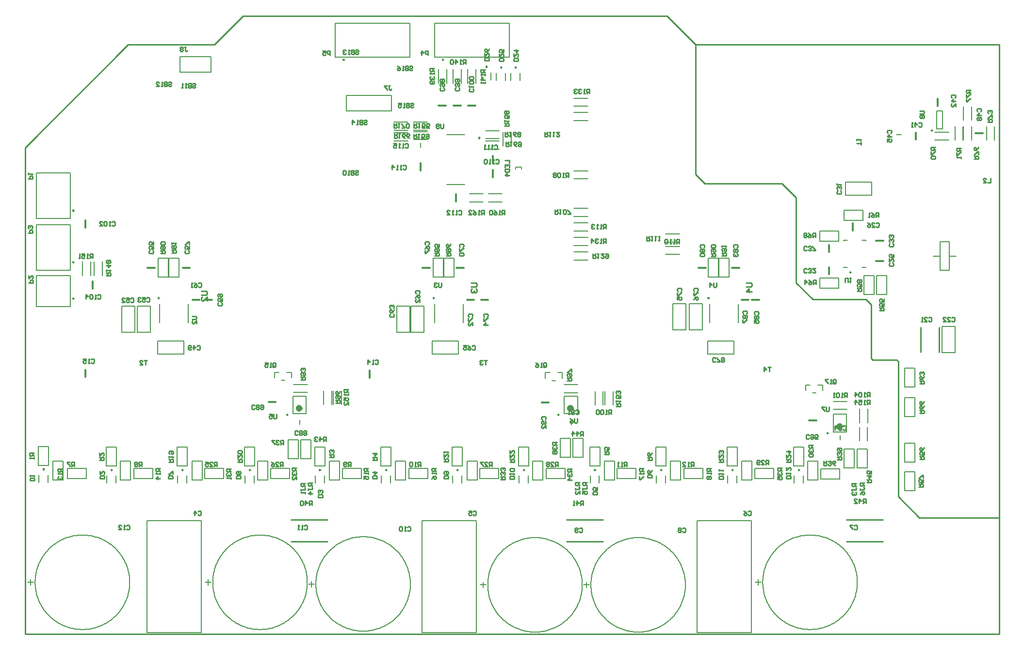
<source format=gbo>
G04*
G04 #@! TF.GenerationSoftware,Altium Limited,Altium Designer,20.1.14 (287)*
G04*
G04 Layer_Color=32896*
%FSLAX25Y25*%
%MOIN*%
G70*
G04*
G04 #@! TF.SameCoordinates,F236638D-4B1B-45E3-9A0F-FA1DF93A8DFF*
G04*
G04*
G04 #@! TF.FilePolarity,Positive*
G04*
G01*
G75*
%ADD10C,0.00984*%
%ADD12C,0.01000*%
%ADD13C,0.00600*%
%ADD14C,0.00787*%
%ADD15C,0.01200*%
%ADD16C,0.00800*%
%ADD127C,0.02362*%
%ADD128C,0.00591*%
D10*
X219311Y395118D02*
X218573Y395544D01*
Y394692D01*
X219311Y395118D01*
X287501Y395118D02*
X286762Y395544D01*
Y394692D01*
X287501Y395118D01*
X317422Y390298D02*
X316684Y390724D01*
Y389871D01*
X317422Y390298D01*
X327352Y389904D02*
X326614Y390330D01*
Y389477D01*
X327352Y389904D01*
X337422Y389903D02*
X336684Y390330D01*
Y389477D01*
X337422Y389903D01*
X312535Y341375D02*
X311797Y341801D01*
Y340949D01*
X312535Y341375D01*
X33319Y255873D02*
X32581Y256299D01*
Y255447D01*
X33319Y255873D01*
X33319Y230832D02*
X32581Y231258D01*
Y230405D01*
X33319Y230832D01*
Y291351D02*
X32581Y291777D01*
Y290925D01*
X33319Y291351D01*
X567539Y248797D02*
X566801Y249223D01*
Y248371D01*
X567539Y248797D01*
X551732Y138242D02*
X550994Y138668D01*
Y137816D01*
X551732Y138242D01*
X366832Y150787D02*
X366094Y151214D01*
Y150361D01*
X366832Y150787D01*
X180413Y150787D02*
X179675Y151214D01*
Y150361D01*
X180413Y150787D01*
X623573Y346554D02*
X622835Y346980D01*
Y346128D01*
X623573Y346554D01*
X469961Y231201D02*
X469222Y231627D01*
Y230775D01*
X469961Y231201D01*
X280984D02*
X280246Y231627D01*
Y230775D01*
X280984Y231201D01*
X92008D02*
X91270Y231627D01*
Y230775D01*
X92008Y231201D01*
X531988Y112894D02*
X531250Y113320D01*
Y112468D01*
X531988Y112894D01*
X486398D02*
X485660Y113320D01*
Y112468D01*
X486398Y112894D01*
X437500D02*
X436762Y113320D01*
Y112468D01*
X437500Y112894D01*
X391910D02*
X391171Y113320D01*
Y112468D01*
X391910Y112894D01*
X343012D02*
X342274Y113320D01*
Y112468D01*
X343012Y112894D01*
X297421D02*
X296683Y113320D01*
Y112468D01*
X297421Y112894D01*
X248524D02*
X247785Y113320D01*
Y112468D01*
X248524Y112894D01*
X202933D02*
X202195Y113320D01*
Y112468D01*
X202933Y112894D01*
X154705D02*
X153967Y113320D01*
Y112468D01*
X154705Y112894D01*
X108445D02*
X107707Y113320D01*
Y112468D01*
X108445Y112894D01*
X59646D02*
X58907Y113320D01*
Y112468D01*
X59646Y112894D01*
X13057Y113355D02*
X12319Y113781D01*
Y112929D01*
X13057Y113355D01*
D12*
X598893Y188509D02*
X600000Y187402D01*
X582389Y188509D02*
X598893D01*
X564272Y63366D02*
X589272D01*
X564272Y78366D02*
X589272D01*
X182752Y78366D02*
X207752D01*
X182752Y63366D02*
X207752D01*
X372039Y78366D02*
X397039D01*
X372039Y63366D02*
X397039D01*
X614374Y80000D02*
X669291D01*
X600000Y94374D02*
X614374Y80000D01*
X600000Y94374D02*
Y187402D01*
X581501Y189397D02*
X582389Y188509D01*
X581501Y189397D02*
Y191878D01*
X529711Y241583D02*
X541258Y230036D01*
X581501Y218080D02*
Y226422D01*
X577886Y230036D02*
X581501Y226422D01*
X541258Y230036D02*
X577886D01*
X460630Y316336D02*
Y405512D01*
Y316336D02*
X467005Y309961D01*
X520040D01*
X529711Y300289D01*
Y241583D02*
Y300289D01*
X581501Y191878D02*
Y218080D01*
X615256Y193996D02*
Y210728D01*
X628051Y193996D02*
Y210728D01*
X577697Y89895D02*
Y92894D01*
X576197D01*
X575698Y92394D01*
Y91395D01*
X576197Y90895D01*
X577697D01*
X576697D02*
X575698Y89895D01*
X573199D02*
Y92894D01*
X574698Y91395D01*
X572699D01*
X569700Y89895D02*
X571699D01*
X569700Y91894D01*
Y92394D01*
X570199Y92894D01*
X571199D01*
X571699Y92394D01*
X287561Y350930D02*
Y348431D01*
X287062Y347931D01*
X286062D01*
X285562Y348431D01*
Y350930D01*
X284562Y348431D02*
X284063Y347931D01*
X283063D01*
X282563Y348431D01*
Y350430D01*
X283063Y350930D01*
X284063D01*
X284562Y350430D01*
Y349930D01*
X284063Y349430D01*
X282563D01*
X209508Y398298D02*
Y401297D01*
X208008D01*
X207508Y400797D01*
Y399797D01*
X208008Y399297D01*
X209508D01*
X204509Y401297D02*
X206509D01*
Y399797D01*
X205509Y400297D01*
X205009D01*
X204509Y399797D01*
Y398797D01*
X205009Y398298D01*
X206009D01*
X206509Y398797D01*
X276869Y398298D02*
Y401297D01*
X275369D01*
X274870Y400797D01*
Y399797D01*
X275369Y399297D01*
X276869D01*
X272370Y398298D02*
Y401297D01*
X273870Y399797D01*
X271870D01*
X563423Y241947D02*
Y244446D01*
X563923Y244946D01*
X564923D01*
X565423Y244446D01*
Y241947D01*
X566423Y244946D02*
X567422D01*
X566922D01*
Y241947D01*
X566423Y242447D01*
X383568Y136296D02*
Y139295D01*
X382069D01*
X381569Y138795D01*
Y137795D01*
X382069Y137295D01*
X383568D01*
X382568D02*
X381569Y136296D01*
X379070D02*
Y139295D01*
X380569Y137795D01*
X378570D01*
X376070Y136296D02*
Y139295D01*
X377570Y137795D01*
X375571D01*
X365287Y131951D02*
X362288D01*
Y130452D01*
X362788Y129952D01*
X363788D01*
X364287Y130452D01*
Y131951D01*
Y130952D02*
X365287Y129952D01*
X362788Y128952D02*
X362288Y128453D01*
Y127453D01*
X362788Y126953D01*
X363288D01*
X363788Y127453D01*
Y127953D01*
Y127453D01*
X364287Y126953D01*
X364787D01*
X365287Y127453D01*
Y128453D01*
X364787Y128952D01*
X362788Y125953D02*
X362288Y125454D01*
Y124454D01*
X362788Y123954D01*
X363288D01*
X363788Y124454D01*
X364287Y123954D01*
X364787D01*
X365287Y124454D01*
Y125454D01*
X364787Y125953D01*
X364287D01*
X363788Y125454D01*
X363288Y125953D01*
X362788D01*
X363788Y125454D02*
Y124454D01*
X383499Y88500D02*
Y91500D01*
X381999D01*
X381500Y91000D01*
Y90000D01*
X381999Y89500D01*
X383499D01*
X382499D02*
X381500Y88500D01*
X379000D02*
Y91500D01*
X380500Y90000D01*
X378501D01*
X377501Y88500D02*
X376501D01*
X377001D01*
Y91500D01*
X377501Y91000D01*
X196912Y88500D02*
Y91500D01*
X195413D01*
X194913Y91000D01*
Y90000D01*
X195413Y89500D01*
X196912D01*
X195912D02*
X194913Y88500D01*
X192413D02*
Y91500D01*
X193913Y90000D01*
X191914D01*
X190914Y91000D02*
X190414Y91500D01*
X189415D01*
X188915Y91000D01*
Y89000D01*
X189415Y88500D01*
X190414D01*
X190914Y89000D01*
Y91000D01*
X512368Y183439D02*
X510369D01*
X511368D01*
Y180440D01*
X507869D02*
Y183439D01*
X509369Y181939D01*
X507370D01*
X317476Y188339D02*
X315477D01*
X316477D01*
Y185340D01*
X314477Y187839D02*
X313978Y188339D01*
X312978D01*
X312478Y187839D01*
Y187339D01*
X312978Y186839D01*
X313478D01*
X312978D01*
X312478Y186339D01*
Y185840D01*
X312978Y185340D01*
X313978D01*
X314477Y185840D01*
X83700Y188099D02*
X81701D01*
X82700D01*
Y185100D01*
X78702D02*
X80701D01*
X78702Y187099D01*
Y187599D01*
X79201Y188099D01*
X80201D01*
X80701Y187599D01*
X614786Y359880D02*
X617286D01*
X617785Y359380D01*
Y358380D01*
X617286Y357880D01*
X614786D01*
X615286Y356881D02*
X614786Y356381D01*
Y355381D01*
X615286Y354882D01*
X615786D01*
X616286Y355381D01*
X616786Y354882D01*
X617286D01*
X617785Y355381D01*
Y356381D01*
X617286Y356881D01*
X616786D01*
X616286Y356381D01*
X615786Y356881D01*
X615286D01*
X616286Y356381D02*
Y355381D01*
X552290Y156087D02*
Y153588D01*
X551790Y153088D01*
X550791D01*
X550291Y153588D01*
Y156087D01*
X549291D02*
X547292D01*
Y155587D01*
X549291Y153588D01*
Y153088D01*
X379347Y148104D02*
Y145605D01*
X378848Y145105D01*
X377848D01*
X377348Y145605D01*
Y148104D01*
X374349D02*
X375349Y147604D01*
X376348Y146604D01*
Y145605D01*
X375849Y145105D01*
X374849D01*
X374349Y145605D01*
Y146104D01*
X374849Y146604D01*
X376348D01*
X172679Y151106D02*
Y148607D01*
X172179Y148107D01*
X171179D01*
X170679Y148607D01*
Y151106D01*
X167681D02*
X169680D01*
Y149606D01*
X168680Y150106D01*
X168180D01*
X167681Y149606D01*
Y148607D01*
X168180Y148107D01*
X169180D01*
X169680Y148607D01*
X474940Y241657D02*
Y239158D01*
X474440Y238658D01*
X473441D01*
X472941Y239158D01*
Y241657D01*
X470442Y238658D02*
Y241657D01*
X471941Y240158D01*
X469942D01*
X285964Y241657D02*
Y239158D01*
X285464Y238658D01*
X284464D01*
X283964Y239158D01*
Y241657D01*
X282965Y241157D02*
X282465Y241657D01*
X281465D01*
X280965Y241157D01*
Y240657D01*
X281465Y240158D01*
X281965D01*
X281465D01*
X280965Y239658D01*
Y239158D01*
X281465Y238658D01*
X282465D01*
X282965Y239158D01*
X114642Y218641D02*
X117141D01*
X117641Y218141D01*
Y217141D01*
X117141Y216642D01*
X114642D01*
X117641Y213643D02*
Y215642D01*
X115642Y213643D01*
X115142D01*
X114642Y214142D01*
Y215142D01*
X115142Y215642D01*
X574334Y336583D02*
Y338583D01*
Y337583D01*
X571335D01*
Y339582D02*
Y340582D01*
Y340082D01*
X574334D01*
X573834Y339582D01*
X264234Y390253D02*
X264734Y390753D01*
X265734D01*
X266234Y390253D01*
Y389753D01*
X265734Y389253D01*
X264734D01*
X264234Y388753D01*
Y388253D01*
X264734Y387754D01*
X265734D01*
X266234Y388253D01*
X263235Y390753D02*
Y387754D01*
X261735D01*
X261235Y388253D01*
Y388753D01*
X261735Y389253D01*
X263235D01*
X261735D01*
X261235Y389753D01*
Y390253D01*
X261735Y390753D01*
X263235D01*
X260236Y387754D02*
X259236D01*
X259736D01*
Y390753D01*
X260236Y390253D01*
X255737Y390753D02*
X256737Y390253D01*
X257736Y389253D01*
Y388253D01*
X257237Y387754D01*
X256237D01*
X255737Y388253D01*
Y388753D01*
X256237Y389253D01*
X257736D01*
X264823Y364744D02*
X265323Y365244D01*
X266322D01*
X266822Y364744D01*
Y364244D01*
X266322Y363744D01*
X265323D01*
X264823Y363244D01*
Y362744D01*
X265323Y362244D01*
X266322D01*
X266822Y362744D01*
X263823Y365244D02*
Y362244D01*
X262324D01*
X261824Y362744D01*
Y363244D01*
X262324Y363744D01*
X263823D01*
X262324D01*
X261824Y364244D01*
Y364744D01*
X262324Y365244D01*
X263823D01*
X260824Y362244D02*
X259824D01*
X260324D01*
Y365244D01*
X260824Y364744D01*
X256326Y365244D02*
X258325D01*
Y363744D01*
X257325Y364244D01*
X256825D01*
X256326Y363744D01*
Y362744D01*
X256825Y362244D01*
X257825D01*
X258325Y362744D01*
X232819Y353072D02*
X233318Y353571D01*
X234318D01*
X234818Y353072D01*
Y352572D01*
X234318Y352072D01*
X233318D01*
X232819Y351572D01*
Y351072D01*
X233318Y350572D01*
X234318D01*
X234818Y351072D01*
X231819Y353571D02*
Y350572D01*
X230319D01*
X229820Y351072D01*
Y351572D01*
X230319Y352072D01*
X231819D01*
X230319D01*
X229820Y352572D01*
Y353072D01*
X230319Y353571D01*
X231819D01*
X228820Y350572D02*
X227820D01*
X228320D01*
Y353571D01*
X228820Y353072D01*
X224821Y350572D02*
Y353571D01*
X226321Y352072D01*
X224321D01*
X227001Y401399D02*
X227500Y401899D01*
X228500D01*
X229000Y401399D01*
Y400899D01*
X228500Y400399D01*
X227500D01*
X227001Y399900D01*
Y399400D01*
X227500Y398900D01*
X228500D01*
X229000Y399400D01*
X226001Y401899D02*
Y398900D01*
X224501D01*
X224002Y399400D01*
Y399900D01*
X224501Y400399D01*
X226001D01*
X224501D01*
X224002Y400899D01*
Y401399D01*
X224501Y401899D01*
X226001D01*
X223002Y398900D02*
X222002D01*
X222502D01*
Y401899D01*
X223002Y401399D01*
X220503D02*
X220003Y401899D01*
X219003D01*
X218503Y401399D01*
Y400899D01*
X219003Y400399D01*
X219503D01*
X219003D01*
X218503Y399900D01*
Y399400D01*
X219003Y398900D01*
X220003D01*
X220503Y399400D01*
X98425Y379208D02*
X98925Y379708D01*
X99924D01*
X100424Y379208D01*
Y378709D01*
X99924Y378209D01*
X98925D01*
X98425Y377709D01*
Y377209D01*
X98925Y376709D01*
X99924D01*
X100424Y377209D01*
X97425Y379708D02*
Y376709D01*
X95926D01*
X95426Y377209D01*
Y377709D01*
X95926Y378209D01*
X97425D01*
X95926D01*
X95426Y378709D01*
Y379208D01*
X95926Y379708D01*
X97425D01*
X94426Y376709D02*
X93427D01*
X93926D01*
Y379708D01*
X94426Y379208D01*
X89928Y376709D02*
X91927D01*
X89928Y378709D01*
Y379208D01*
X90428Y379708D01*
X91427D01*
X91927Y379208D01*
X115001Y378336D02*
X115500Y378836D01*
X116500D01*
X117000Y378336D01*
Y377836D01*
X116500Y377337D01*
X115500D01*
X115001Y376837D01*
Y376337D01*
X115500Y375837D01*
X116500D01*
X117000Y376337D01*
X114001Y378836D02*
Y375837D01*
X112501D01*
X112002Y376337D01*
Y376837D01*
X112501Y377337D01*
X114001D01*
X112501D01*
X112002Y377836D01*
Y378336D01*
X112501Y378836D01*
X114001D01*
X111002Y375837D02*
X110002D01*
X110502D01*
Y378836D01*
X111002Y378336D01*
X108503Y375837D02*
X107503D01*
X108003D01*
Y378836D01*
X108503Y378336D01*
X226885Y318441D02*
X227384Y318940D01*
X228384D01*
X228884Y318441D01*
Y317941D01*
X228384Y317441D01*
X227384D01*
X226885Y316941D01*
Y316441D01*
X227384Y315941D01*
X228384D01*
X228884Y316441D01*
X225885Y318940D02*
Y315941D01*
X224385D01*
X223886Y316441D01*
Y316941D01*
X224385Y317441D01*
X225885D01*
X224385D01*
X223886Y317941D01*
Y318441D01*
X224385Y318940D01*
X225885D01*
X222886Y315941D02*
X221886D01*
X222386D01*
Y318940D01*
X222886Y318441D01*
X220387D02*
X219887Y318940D01*
X218887D01*
X218387Y318441D01*
Y316441D01*
X218887Y315941D01*
X219887D01*
X220387Y316441D01*
Y318441D01*
X576628Y103743D02*
X573629D01*
Y102244D01*
X574129Y101744D01*
X575128D01*
X575628Y102244D01*
Y103743D01*
Y102744D02*
X576628Y101744D01*
X573629Y98745D02*
Y99745D01*
Y99245D01*
X576128D01*
X576628Y99745D01*
Y100244D01*
X576128Y100744D01*
X573629Y95746D02*
X574129Y96746D01*
X575128Y97745D01*
X576128D01*
X576628Y97246D01*
Y96246D01*
X576128Y95746D01*
X575628D01*
X575128Y96246D01*
Y97745D01*
X386229Y104229D02*
X383230D01*
Y102729D01*
X383730Y102229D01*
X384730D01*
X385230Y102729D01*
Y104229D01*
Y103229D02*
X386229Y102229D01*
X383230Y99230D02*
Y100230D01*
Y99730D01*
X385730D01*
X386229Y100230D01*
Y100730D01*
X385730Y101230D01*
X383230Y96231D02*
Y98230D01*
X384730D01*
X384230Y97231D01*
Y96731D01*
X384730Y96231D01*
X385730D01*
X386229Y96731D01*
Y97731D01*
X385730Y98230D01*
X197545Y103953D02*
X194546D01*
Y102453D01*
X195046Y101953D01*
X196045D01*
X196545Y102453D01*
Y103953D01*
Y102953D02*
X197545Y101953D01*
X194546Y98954D02*
Y99954D01*
Y99454D01*
X197045D01*
X197545Y99954D01*
Y100454D01*
X197045Y100954D01*
X197545Y96455D02*
X194546D01*
X196045Y97955D01*
Y95955D01*
X571094Y103641D02*
X568095D01*
Y102142D01*
X568595Y101642D01*
X569594D01*
X570094Y102142D01*
Y103641D01*
Y102642D02*
X571094Y101642D01*
X568095Y98643D02*
Y99643D01*
Y99143D01*
X570594D01*
X571094Y99643D01*
Y100143D01*
X570594Y100642D01*
X568595Y97643D02*
X568095Y97144D01*
Y96144D01*
X568595Y95644D01*
X569095D01*
X569594Y96144D01*
Y96644D01*
Y96144D01*
X570094Y95644D01*
X570594D01*
X571094Y96144D01*
Y97144D01*
X570594Y97643D01*
X380926Y104021D02*
X377927D01*
Y102522D01*
X378427Y102022D01*
X379427D01*
X379926Y102522D01*
Y104021D01*
Y103021D02*
X380926Y102022D01*
X377927Y99023D02*
Y100022D01*
Y99522D01*
X380426D01*
X380926Y100022D01*
Y100522D01*
X380426Y101022D01*
X380926Y96024D02*
Y98023D01*
X378927Y96024D01*
X378427D01*
X377927Y96523D01*
Y97523D01*
X378427Y98023D01*
X192444Y103515D02*
X189445D01*
Y102015D01*
X189945Y101516D01*
X190945D01*
X191445Y102015D01*
Y103515D01*
Y102515D02*
X192444Y101516D01*
X189445Y98517D02*
Y99516D01*
Y99016D01*
X191945D01*
X192444Y99516D01*
Y100016D01*
X191945Y100516D01*
X192444Y97517D02*
Y96517D01*
Y97017D01*
X189445D01*
X189945Y97517D01*
X253291Y351080D02*
Y348081D01*
X254791D01*
X255290Y348581D01*
Y349581D01*
X254791Y350081D01*
X253291D01*
X254291D02*
X255290Y351080D01*
X256290D02*
X257290D01*
X256790D01*
Y348081D01*
X256290Y348581D01*
X258789Y348081D02*
X260789D01*
Y348581D01*
X258789Y350580D01*
Y351080D01*
X261788Y348581D02*
X262288Y348081D01*
X263288D01*
X263788Y348581D01*
Y350580D01*
X263288Y351080D01*
X262288D01*
X261788Y350580D01*
Y348581D01*
X330311Y338371D02*
Y335372D01*
X331811D01*
X332311Y335872D01*
Y336872D01*
X331811Y337371D01*
X330311D01*
X331311D02*
X332311Y338371D01*
X333311D02*
X334310D01*
X333810D01*
Y335372D01*
X333311Y335872D01*
X337809Y335372D02*
X336809Y335872D01*
X335810Y336872D01*
Y337871D01*
X336310Y338371D01*
X337309D01*
X337809Y337871D01*
Y337371D01*
X337309Y336872D01*
X335810D01*
X338809Y337871D02*
X339309Y338371D01*
X340308D01*
X340808Y337871D01*
Y335872D01*
X340308Y335372D01*
X339309D01*
X338809Y335872D01*
Y336372D01*
X339309Y336872D01*
X340808D01*
X329886Y345250D02*
Y342251D01*
X331385D01*
X331885Y342751D01*
Y343750D01*
X331385Y344250D01*
X329886D01*
X330886D02*
X331885Y345250D01*
X332885D02*
X333885D01*
X333385D01*
Y342251D01*
X332885Y342751D01*
X337383Y342251D02*
X336384Y342751D01*
X335384Y343750D01*
Y344750D01*
X335884Y345250D01*
X336884D01*
X337383Y344750D01*
Y344250D01*
X336884Y343750D01*
X335384D01*
X338383Y342751D02*
X338883Y342251D01*
X339883D01*
X340383Y342751D01*
Y343250D01*
X339883Y343750D01*
X340383Y344250D01*
Y344750D01*
X339883Y345250D01*
X338883D01*
X338383Y344750D01*
Y344250D01*
X338883Y343750D01*
X338383Y343250D01*
Y342751D01*
X338883Y343750D02*
X339883D01*
X253686Y344044D02*
Y341045D01*
X255186D01*
X255686Y341545D01*
Y342544D01*
X255186Y343044D01*
X253686D01*
X254686D02*
X255686Y344044D01*
X256685D02*
X257685D01*
X257185D01*
Y341045D01*
X256685Y341545D01*
X261184Y341045D02*
X260184Y341545D01*
X259185Y342544D01*
Y343544D01*
X259684Y344044D01*
X260684D01*
X261184Y343544D01*
Y343044D01*
X260684Y342544D01*
X259185D01*
X264183Y341045D02*
X263183Y341545D01*
X262184Y342544D01*
Y343544D01*
X262684Y344044D01*
X263683D01*
X264183Y343544D01*
Y343044D01*
X263683Y342544D01*
X262184D01*
X315248Y288500D02*
Y291499D01*
X313749D01*
X313249Y291000D01*
Y290000D01*
X313749Y289500D01*
X315248D01*
X314249D02*
X313249Y288500D01*
X312249D02*
X311250D01*
X311749D01*
Y291499D01*
X312249Y291000D01*
X307751Y291499D02*
X308750Y291000D01*
X309750Y290000D01*
Y289000D01*
X309250Y288500D01*
X308251D01*
X307751Y289000D01*
Y289500D01*
X308251Y290000D01*
X309750D01*
X304752Y288500D02*
X306751D01*
X304752Y290500D01*
Y291000D01*
X305252Y291499D01*
X306251D01*
X306751Y291000D01*
X329466Y288500D02*
Y291499D01*
X327967D01*
X327467Y291000D01*
Y290000D01*
X327967Y289500D01*
X329466D01*
X328467D02*
X327467Y288500D01*
X326467D02*
X325468D01*
X325968D01*
Y291499D01*
X326467Y291000D01*
X321969Y291499D02*
X322969Y291000D01*
X323968Y290000D01*
Y289000D01*
X323468Y288500D01*
X322469D01*
X321969Y289000D01*
Y289500D01*
X322469Y290000D01*
X323968D01*
X320969Y291000D02*
X320469Y291499D01*
X319470D01*
X318970Y291000D01*
Y289000D01*
X319470Y288500D01*
X320469D01*
X320969Y289000D01*
Y291000D01*
X266951Y343917D02*
Y340918D01*
X268450D01*
X268950Y341418D01*
Y342418D01*
X268450Y342917D01*
X266951D01*
X267950D02*
X268950Y343917D01*
X269950D02*
X270949D01*
X270449D01*
Y340918D01*
X269950Y341418D01*
X274448Y340918D02*
X272449D01*
Y342418D01*
X273449Y341918D01*
X273948D01*
X274448Y342418D01*
Y343417D01*
X273948Y343917D01*
X272949D01*
X272449Y343417D01*
X275448D02*
X275948Y343917D01*
X276947D01*
X277447Y343417D01*
Y341418D01*
X276947Y340918D01*
X275948D01*
X275448Y341418D01*
Y341918D01*
X275948Y342418D01*
X277447D01*
X329397Y349430D02*
X332396D01*
Y350929D01*
X331896Y351429D01*
X330896D01*
X330397Y350929D01*
Y349430D01*
Y350430D02*
X329397Y351429D01*
Y352429D02*
Y353429D01*
Y352929D01*
X332396D01*
X331896Y352429D01*
X332396Y356928D02*
Y354928D01*
X330896D01*
X331396Y355928D01*
Y356428D01*
X330896Y356928D01*
X329897D01*
X329397Y356428D01*
Y355428D01*
X329897Y354928D01*
X331896Y357927D02*
X332396Y358427D01*
Y359427D01*
X331896Y359927D01*
X331396D01*
X330896Y359427D01*
X330397Y359927D01*
X329897D01*
X329397Y359427D01*
Y358427D01*
X329897Y357927D01*
X330397D01*
X330896Y358427D01*
X331396Y357927D01*
X331896D01*
X330896Y358427D02*
Y359427D01*
X267168Y351297D02*
Y348298D01*
X268667D01*
X269167Y348798D01*
Y349798D01*
X268667Y350297D01*
X267168D01*
X268167D02*
X269167Y351297D01*
X270167D02*
X271167D01*
X270667D01*
Y348298D01*
X270167Y348798D01*
X274665Y348298D02*
X272666D01*
Y349798D01*
X273666Y349298D01*
X274166D01*
X274665Y349798D01*
Y350797D01*
X274166Y351297D01*
X273166D01*
X272666Y350797D01*
X277664Y348298D02*
X275665D01*
Y349798D01*
X276665Y349298D01*
X277165D01*
X277664Y349798D01*
Y350797D01*
X277165Y351297D01*
X276165D01*
X275665Y350797D01*
X580282Y157901D02*
Y160900D01*
X578783D01*
X578283Y160400D01*
Y159400D01*
X578783Y158900D01*
X580282D01*
X579283D02*
X578283Y157901D01*
X577283D02*
X576284D01*
X576783D01*
Y160900D01*
X577283Y160400D01*
X572785Y160900D02*
X574784D01*
Y159400D01*
X573784Y159900D01*
X573284D01*
X572785Y159400D01*
Y158400D01*
X573284Y157901D01*
X574284D01*
X574784Y158400D01*
X570286Y157901D02*
Y160900D01*
X571785Y159400D01*
X569786D01*
X405981Y156598D02*
X408980D01*
Y158097D01*
X408480Y158597D01*
X407480D01*
X406981Y158097D01*
Y156598D01*
Y157598D02*
X405981Y158597D01*
Y159597D02*
Y160597D01*
Y160097D01*
X408980D01*
X408480Y159597D01*
X408980Y164095D02*
Y162096D01*
X407480D01*
X407980Y163096D01*
Y163596D01*
X407480Y164095D01*
X406481D01*
X405981Y163596D01*
Y162596D01*
X406481Y162096D01*
X408480Y165095D02*
X408980Y165595D01*
Y166595D01*
X408480Y167095D01*
X407980D01*
X407480Y166595D01*
Y166095D01*
Y166595D01*
X406981Y167095D01*
X406481D01*
X405981Y166595D01*
Y165595D01*
X406481Y165095D01*
X221972Y168072D02*
X218973D01*
Y166572D01*
X219473Y166073D01*
X220472D01*
X220972Y166572D01*
Y168072D01*
Y167072D02*
X221972Y166073D01*
Y165073D02*
Y164073D01*
Y164573D01*
X218973D01*
X219473Y165073D01*
X218973Y160574D02*
Y162574D01*
X220472D01*
X219973Y161574D01*
Y161074D01*
X220472Y160574D01*
X221472D01*
X221972Y161074D01*
Y162074D01*
X221472Y162574D01*
X221972Y157576D02*
Y159575D01*
X219973Y157576D01*
X219473D01*
X218973Y158075D01*
Y159075D01*
X219473Y159575D01*
X46308Y258501D02*
Y261500D01*
X44808D01*
X44308Y261000D01*
Y260000D01*
X44808Y259500D01*
X46308D01*
X45308D02*
X44308Y258501D01*
X43308D02*
X42309D01*
X42809D01*
Y261500D01*
X43308Y261000D01*
X38810Y261500D02*
X40809D01*
Y260000D01*
X39810Y260500D01*
X39310D01*
X38810Y260000D01*
Y259000D01*
X39310Y258501D01*
X40309D01*
X40809Y259000D01*
X37810Y258501D02*
X36811D01*
X37310D01*
Y261500D01*
X37810Y261000D01*
X55603Y246622D02*
X58602D01*
Y248121D01*
X58102Y248621D01*
X57102D01*
X56603Y248121D01*
Y246622D01*
Y247621D02*
X55603Y248621D01*
Y249621D02*
Y250621D01*
Y250121D01*
X58602D01*
X58102Y249621D01*
X55603Y253620D02*
X58602D01*
X57102Y252120D01*
Y254119D01*
X58102Y255119D02*
X58602Y255619D01*
Y256619D01*
X58102Y257118D01*
X57602D01*
X57102Y256619D01*
X56603Y257118D01*
X56103D01*
X55603Y256619D01*
Y255619D01*
X56103Y255119D01*
X56603D01*
X57102Y255619D01*
X57602Y255119D01*
X58102D01*
X57102Y255619D02*
Y256619D01*
X315919Y388293D02*
X312920D01*
Y386793D01*
X313419Y386293D01*
X314419D01*
X314919Y386793D01*
Y388293D01*
Y387293D02*
X315919Y386293D01*
Y385294D02*
Y384294D01*
Y384794D01*
X312920D01*
X313419Y385294D01*
X315919Y381295D02*
X312920D01*
X314419Y382794D01*
Y380795D01*
X315919Y379796D02*
Y378796D01*
Y379296D01*
X312920D01*
X313419Y379796D01*
X302639Y392053D02*
Y395052D01*
X301139D01*
X300639Y394553D01*
Y393553D01*
X301139Y393053D01*
X302639D01*
X301639D02*
X300639Y392053D01*
X299640D02*
X298640D01*
X299140D01*
Y395052D01*
X299640Y394553D01*
X295641Y392053D02*
Y395052D01*
X297140Y393553D01*
X295141D01*
X294141Y394553D02*
X293642Y395052D01*
X292642D01*
X292142Y394553D01*
Y392553D01*
X292642Y392053D01*
X293642D01*
X294141Y392553D01*
Y394553D01*
X281240Y389109D02*
X278240D01*
Y387609D01*
X278740Y387109D01*
X279740D01*
X280240Y387609D01*
Y389109D01*
Y388109D02*
X281240Y387109D01*
Y386110D02*
Y385110D01*
Y385610D01*
X278240D01*
X278740Y386110D01*
Y383611D02*
X278240Y383111D01*
Y382111D01*
X278740Y381611D01*
X279240D01*
X279740Y382111D01*
Y382611D01*
Y382111D01*
X280240Y381611D01*
X280740D01*
X281240Y382111D01*
Y383111D01*
X280740Y383611D01*
Y380612D02*
X281240Y380112D01*
Y379112D01*
X280740Y378612D01*
X278740D01*
X278240Y379112D01*
Y380112D01*
X278740Y380612D01*
X279240D01*
X279740Y380112D01*
Y378612D01*
X399155Y268863D02*
Y271862D01*
X397655D01*
X397155Y271362D01*
Y270362D01*
X397655Y269863D01*
X399155D01*
X398155D02*
X397155Y268863D01*
X396156D02*
X395156D01*
X395656D01*
Y271862D01*
X396156Y271362D01*
X393657D02*
X393157Y271862D01*
X392157D01*
X391657Y271362D01*
Y270862D01*
X392157Y270362D01*
X392657D01*
X392157D01*
X391657Y269863D01*
Y269363D01*
X392157Y268863D01*
X393157D01*
X393657Y269363D01*
X389158Y268863D02*
Y271862D01*
X390657Y270362D01*
X388658D01*
X387700Y371900D02*
Y374899D01*
X386200D01*
X385701Y374399D01*
Y373399D01*
X386200Y372900D01*
X387700D01*
X386700D02*
X385701Y371900D01*
X384701D02*
X383701D01*
X384201D01*
Y374899D01*
X384701Y374399D01*
X382202D02*
X381702Y374899D01*
X380702D01*
X380202Y374399D01*
Y373899D01*
X380702Y373399D01*
X381202D01*
X380702D01*
X380202Y372900D01*
Y372400D01*
X380702Y371900D01*
X381702D01*
X382202Y372400D01*
X379203Y374399D02*
X378703Y374899D01*
X377703D01*
X377203Y374399D01*
Y373899D01*
X377703Y373399D01*
X378203D01*
X377703D01*
X377203Y372900D01*
Y372400D01*
X377703Y371900D01*
X378703D01*
X379203Y372400D01*
X390082Y261511D02*
Y258512D01*
X391582D01*
X392082Y259012D01*
Y260012D01*
X391582Y260512D01*
X390082D01*
X391082D02*
X392082Y261511D01*
X393081D02*
X394081D01*
X393581D01*
Y258512D01*
X393081Y259012D01*
X397580Y261511D02*
X395581D01*
X397580Y259512D01*
Y259012D01*
X397080Y258512D01*
X396080D01*
X395581Y259012D01*
X398580Y261012D02*
X399079Y261511D01*
X400079D01*
X400579Y261012D01*
Y259012D01*
X400079Y258512D01*
X399079D01*
X398580Y259012D01*
Y259512D01*
X399079Y260012D01*
X400579D01*
X399209Y278738D02*
Y281737D01*
X397709D01*
X397209Y281237D01*
Y280237D01*
X397709Y279737D01*
X399209D01*
X398209D02*
X397209Y278738D01*
X396210D02*
X395210D01*
X395710D01*
Y281737D01*
X396210Y281237D01*
X393710Y278738D02*
X392711D01*
X393211D01*
Y281737D01*
X393710Y281237D01*
X391211D02*
X390711Y281737D01*
X389712D01*
X389212Y281237D01*
Y280737D01*
X389712Y280237D01*
X390212D01*
X389712D01*
X389212Y279737D01*
Y279238D01*
X389712Y278738D01*
X390711D01*
X391211Y279238D01*
X357224Y345261D02*
Y342262D01*
X358723D01*
X359223Y342762D01*
Y343761D01*
X358723Y344261D01*
X357224D01*
X358223D02*
X359223Y345261D01*
X360223D02*
X361222D01*
X360723D01*
Y342262D01*
X360223Y342762D01*
X362722Y345261D02*
X363722D01*
X363222D01*
Y342262D01*
X362722Y342762D01*
X367220Y345261D02*
X365221D01*
X367220Y343262D01*
Y342762D01*
X366721Y342262D01*
X365721D01*
X365221Y342762D01*
X427164Y273370D02*
Y270371D01*
X428663D01*
X429163Y270870D01*
Y271870D01*
X428663Y272370D01*
X427164D01*
X428163D02*
X429163Y273370D01*
X430163D02*
X431162D01*
X430662D01*
Y270371D01*
X430163Y270870D01*
X432662Y273370D02*
X433662D01*
X433162D01*
Y270371D01*
X432662Y270870D01*
X435161Y273370D02*
X436161D01*
X435661D01*
Y270371D01*
X435161Y270870D01*
X449430Y268570D02*
Y271569D01*
X447930D01*
X447431Y271069D01*
Y270070D01*
X447930Y269570D01*
X449430D01*
X448430D02*
X447431Y268570D01*
X446431D02*
X445431D01*
X445931D01*
Y271569D01*
X446431Y271069D01*
X443932Y268570D02*
X442932D01*
X443432D01*
Y271569D01*
X443932Y271069D01*
X441432D02*
X440933Y271569D01*
X439933D01*
X439433Y271069D01*
Y269070D01*
X439933Y268570D01*
X440933D01*
X441432Y269070D01*
Y271069D01*
X373313Y314290D02*
Y317289D01*
X371813D01*
X371314Y316789D01*
Y315789D01*
X371813Y315289D01*
X373313D01*
X372313D02*
X371314Y314290D01*
X370314D02*
X369314D01*
X369814D01*
Y317289D01*
X370314Y316789D01*
X367815D02*
X367315Y317289D01*
X366315D01*
X365815Y316789D01*
Y314790D01*
X366315Y314290D01*
X367315D01*
X367815Y314790D01*
Y316789D01*
X364816D02*
X364316Y317289D01*
X363316D01*
X362816Y316789D01*
Y316289D01*
X363316Y315789D01*
X362816Y315289D01*
Y314790D01*
X363316Y314290D01*
X364316D01*
X364816Y314790D01*
Y315289D01*
X364316Y315789D01*
X364816Y316289D01*
Y316789D01*
X364316Y315789D02*
X363316D01*
X364082Y291950D02*
Y288951D01*
X365582D01*
X366082Y289451D01*
Y290451D01*
X365582Y290950D01*
X364082D01*
X365082D02*
X366082Y291950D01*
X367081D02*
X368081D01*
X367581D01*
Y288951D01*
X367081Y289451D01*
X369580D02*
X370080Y288951D01*
X371080D01*
X371580Y289451D01*
Y291450D01*
X371080Y291950D01*
X370080D01*
X369580Y291450D01*
Y289451D01*
X372579Y288951D02*
X374579D01*
Y289451D01*
X372579Y291450D01*
Y291950D01*
X580282Y163044D02*
Y166043D01*
X578783D01*
X578283Y165543D01*
Y164543D01*
X578783Y164044D01*
X580282D01*
X579283D02*
X578283Y163044D01*
X577283D02*
X576284D01*
X576783D01*
Y166043D01*
X577283Y165543D01*
X574784D02*
X574284Y166043D01*
X573284D01*
X572785Y165543D01*
Y163544D01*
X573284Y163044D01*
X574284D01*
X574784Y163544D01*
Y165543D01*
X570286Y163044D02*
Y166043D01*
X571785Y164543D01*
X569786D01*
X564748Y162771D02*
Y165770D01*
X563249D01*
X562749Y165270D01*
Y164270D01*
X563249Y163770D01*
X564748D01*
X563749D02*
X562749Y162771D01*
X561749D02*
X560750D01*
X561250D01*
Y165770D01*
X561749Y165270D01*
X559250D02*
X558750Y165770D01*
X557751D01*
X557251Y165270D01*
Y163270D01*
X557751Y162771D01*
X558750D01*
X559250Y163270D01*
Y165270D01*
X556251Y162771D02*
X555252D01*
X555751D01*
Y165770D01*
X556251Y165270D01*
X402886Y151059D02*
Y154059D01*
X401387D01*
X400887Y153559D01*
Y152559D01*
X401387Y152059D01*
X402886D01*
X401886D02*
X400887Y151059D01*
X399887D02*
X398887D01*
X399387D01*
Y154059D01*
X399887Y153559D01*
X397388D02*
X396888Y154059D01*
X395888D01*
X395389Y153559D01*
Y151559D01*
X395888Y151059D01*
X396888D01*
X397388Y151559D01*
Y153559D01*
X394389D02*
X393889Y154059D01*
X392889D01*
X392389Y153559D01*
Y151559D01*
X392889Y151059D01*
X393889D01*
X394389Y151559D01*
Y153559D01*
X372516Y174072D02*
X375515D01*
Y175572D01*
X375015Y176072D01*
X374016D01*
X373516Y175572D01*
Y174072D01*
Y175072D02*
X372516Y176072D01*
X373016Y177071D02*
X372516Y177571D01*
Y178571D01*
X373016Y179070D01*
X375015D01*
X375515Y178571D01*
Y177571D01*
X375015Y177071D01*
X374516D01*
X374016Y177571D01*
Y179070D01*
X375515Y180070D02*
Y182070D01*
X375015D01*
X373016Y180070D01*
X372516D01*
X213298Y158861D02*
X216298D01*
Y160360D01*
X215798Y160860D01*
X214798D01*
X214298Y160360D01*
Y158861D01*
Y159861D02*
X213298Y160860D01*
X213798Y161860D02*
X213298Y162360D01*
Y163359D01*
X213798Y163859D01*
X215798D01*
X216298Y163359D01*
Y162360D01*
X215798Y161860D01*
X215298D01*
X214798Y162360D01*
Y163859D01*
X216298Y166858D02*
X215798Y165858D01*
X214798Y164859D01*
X213798D01*
X213298Y165359D01*
Y166358D01*
X213798Y166858D01*
X214298D01*
X214798Y166358D01*
Y164859D01*
X189445Y174840D02*
X192444D01*
Y176339D01*
X191945Y176839D01*
X190945D01*
X190445Y176339D01*
Y174840D01*
Y175840D02*
X189445Y176839D01*
X189945Y177839D02*
X189445Y178339D01*
Y179339D01*
X189945Y179838D01*
X191945D01*
X192444Y179339D01*
Y178339D01*
X191945Y177839D01*
X191445D01*
X190945Y178339D01*
Y179838D01*
X191945Y180838D02*
X192444Y181338D01*
Y182337D01*
X191945Y182837D01*
X191445D01*
X190945Y182337D01*
Y181838D01*
Y182337D01*
X190445Y182837D01*
X189945D01*
X189445Y182337D01*
Y181338D01*
X189945Y180838D01*
X478816Y260281D02*
X481814D01*
Y261780D01*
X481315Y262280D01*
X480315D01*
X479815Y261780D01*
Y260281D01*
Y261280D02*
X478816Y262280D01*
X479315Y263280D02*
X478816Y263779D01*
Y264779D01*
X479315Y265279D01*
X481315D01*
X481814Y264779D01*
Y263779D01*
X481315Y263280D01*
X480815D01*
X480315Y263779D01*
Y265279D01*
X478816Y266279D02*
Y267278D01*
Y266778D01*
X481814D01*
X481315Y266279D01*
X471315Y259781D02*
X474314D01*
Y261280D01*
X473815Y261780D01*
X472815D01*
X472315Y261280D01*
Y259781D01*
Y260781D02*
X471315Y261780D01*
X471815Y262780D02*
X471315Y263280D01*
Y264279D01*
X471815Y264779D01*
X473815D01*
X474314Y264279D01*
Y263280D01*
X473815Y262780D01*
X473315D01*
X472815Y263280D01*
Y264779D01*
X473815Y265779D02*
X474314Y266279D01*
Y267278D01*
X473815Y267778D01*
X471815D01*
X471315Y267278D01*
Y266279D01*
X471815Y265779D01*
X473815D01*
X289262Y260028D02*
X292261D01*
Y261527D01*
X291761Y262027D01*
X290761D01*
X290262Y261527D01*
Y260028D01*
Y261028D02*
X289262Y262027D01*
X291761Y263027D02*
X292261Y263527D01*
Y264526D01*
X291761Y265026D01*
X291261D01*
X290761Y264526D01*
X290262Y265026D01*
X289762D01*
X289262Y264526D01*
Y263527D01*
X289762Y263027D01*
X290262D01*
X290761Y263527D01*
X291261Y263027D01*
X291761D01*
X290761Y263527D02*
Y264526D01*
X292261Y268025D02*
X291761Y267025D01*
X290761Y266026D01*
X289762D01*
X289262Y266526D01*
Y267525D01*
X289762Y268025D01*
X290262D01*
X290761Y267525D01*
Y266026D01*
X281565Y260028D02*
X284564D01*
Y261527D01*
X284065Y262027D01*
X283065D01*
X282565Y261527D01*
Y260028D01*
Y261028D02*
X281565Y262027D01*
X284065Y263027D02*
X284564Y263527D01*
Y264526D01*
X284065Y265026D01*
X283565D01*
X283065Y264526D01*
X282565Y265026D01*
X282065D01*
X281565Y264526D01*
Y263527D01*
X282065Y263027D01*
X282565D01*
X283065Y263527D01*
X283565Y263027D01*
X284065D01*
X283065Y263527D02*
Y264526D01*
X284564Y268025D02*
Y266026D01*
X283065D01*
X283565Y267025D01*
Y267525D01*
X283065Y268025D01*
X282065D01*
X281565Y267525D01*
Y266526D01*
X282065Y266026D01*
X100719Y262249D02*
X103718D01*
Y263749D01*
X103218Y264248D01*
X102218D01*
X101718Y263749D01*
Y262249D01*
Y263249D02*
X100719Y264248D01*
X103218Y265248D02*
X103718Y265748D01*
Y266748D01*
X103218Y267248D01*
X102718D01*
X102218Y266748D01*
X101718Y267248D01*
X101218D01*
X100719Y266748D01*
Y265748D01*
X101218Y265248D01*
X101718D01*
X102218Y265748D01*
X102718Y265248D01*
X103218D01*
X102218Y265748D02*
Y266748D01*
X100719Y268247D02*
Y269247D01*
Y268747D01*
X103718D01*
X103218Y268247D01*
X93226Y261749D02*
X96226D01*
Y263249D01*
X95726Y263749D01*
X94726D01*
X94226Y263249D01*
Y261749D01*
Y262749D02*
X93226Y263749D01*
X95726Y264748D02*
X96226Y265248D01*
Y266248D01*
X95726Y266748D01*
X95226D01*
X94726Y266248D01*
X94226Y266748D01*
X93726D01*
X93226Y266248D01*
Y265248D01*
X93726Y264748D01*
X94226D01*
X94726Y265248D01*
X95226Y264748D01*
X95726D01*
X94726Y265248D02*
Y266248D01*
X95726Y267747D02*
X96226Y268247D01*
Y269247D01*
X95726Y269747D01*
X93726D01*
X93226Y269247D01*
Y268247D01*
X93726Y267747D01*
X95726D01*
X649589Y374319D02*
X646590D01*
Y372819D01*
X647090Y372320D01*
X648090D01*
X648590Y372819D01*
Y374319D01*
Y373319D02*
X649589Y372320D01*
X646590Y371320D02*
Y369321D01*
X647090D01*
X649090Y371320D01*
X649589D01*
X646590Y368321D02*
Y366322D01*
X647090D01*
X649090Y368321D01*
X649589D01*
X652044Y326710D02*
X655043D01*
Y328209D01*
X654543Y328709D01*
X653543D01*
X653043Y328209D01*
Y326710D01*
Y327710D02*
X652044Y328709D01*
X655043Y329709D02*
Y331708D01*
X654543D01*
X652544Y329709D01*
X652044D01*
X655043Y334707D02*
X654543Y333708D01*
X653543Y332708D01*
X652544D01*
X652044Y333208D01*
Y334208D01*
X652544Y334707D01*
X653043D01*
X653543Y334208D01*
Y332708D01*
X661557Y352301D02*
X664556D01*
Y353800D01*
X664056Y354300D01*
X663057D01*
X662557Y353800D01*
Y352301D01*
Y353300D02*
X661557Y354300D01*
X664556Y355300D02*
Y357299D01*
X664056D01*
X662057Y355300D01*
X661557D01*
X664056Y358299D02*
X664556Y358799D01*
Y359798D01*
X664056Y360298D01*
X663556D01*
X663057Y359798D01*
Y359298D01*
Y359798D01*
X662557Y360298D01*
X662057D01*
X661557Y359798D01*
Y358799D01*
X662057Y358299D01*
X643035Y334208D02*
X640036D01*
Y332708D01*
X640536Y332208D01*
X641536D01*
X642035Y332708D01*
Y334208D01*
Y333208D02*
X643035Y332208D01*
X640036Y331208D02*
Y329209D01*
X640536D01*
X642535Y331208D01*
X643035D01*
Y328209D02*
Y327210D01*
Y327710D01*
X640036D01*
X640536Y328209D01*
X625515Y334707D02*
X622516D01*
Y333208D01*
X623016Y332708D01*
X624016D01*
X624516Y333208D01*
Y334707D01*
Y333708D02*
X625515Y332708D01*
X622516Y331708D02*
Y329709D01*
X623016D01*
X625015Y331708D01*
X625515D01*
X623016Y328709D02*
X622516Y328209D01*
Y327210D01*
X623016Y326710D01*
X625015D01*
X625515Y327210D01*
Y328209D01*
X625015Y328709D01*
X623016D01*
X542965Y272684D02*
Y275683D01*
X541466D01*
X540966Y275183D01*
Y274184D01*
X541466Y273684D01*
X542965D01*
X541966D02*
X540966Y272684D01*
X537967Y275683D02*
X538967Y275183D01*
X539966Y274184D01*
Y273184D01*
X539466Y272684D01*
X538467D01*
X537967Y273184D01*
Y273684D01*
X538467Y274184D01*
X539966D01*
X536967Y275183D02*
X536468Y275683D01*
X535468D01*
X534968Y275183D01*
Y274683D01*
X535468Y274184D01*
X534968Y273684D01*
Y273184D01*
X535468Y272684D01*
X536468D01*
X536967Y273184D01*
Y273684D01*
X536468Y274184D01*
X536967Y274683D01*
Y275183D01*
X536468Y274184D02*
X535468D01*
X614642Y151993D02*
X617641D01*
Y153493D01*
X617141Y153993D01*
X616142D01*
X615642Y153493D01*
Y151993D01*
Y152993D02*
X614642Y153993D01*
X617641Y156992D02*
X617141Y155992D01*
X616142Y154992D01*
X615142D01*
X614642Y155492D01*
Y156492D01*
X615142Y156992D01*
X615642D01*
X616142Y156492D01*
Y154992D01*
X617641Y159991D02*
X617141Y158991D01*
X616142Y157992D01*
X615142D01*
X614642Y158491D01*
Y159491D01*
X615142Y159991D01*
X615642D01*
X616142Y159491D01*
Y157992D01*
X543360Y240458D02*
Y243458D01*
X541860D01*
X541361Y242958D01*
Y241958D01*
X541860Y241458D01*
X543360D01*
X542360D02*
X541361Y240458D01*
X538362Y243458D02*
X539361Y242958D01*
X540361Y241958D01*
Y240958D01*
X539861Y240458D01*
X538861D01*
X538362Y240958D01*
Y241458D01*
X538861Y241958D01*
X540361D01*
X535862Y240458D02*
Y243458D01*
X537362Y241958D01*
X535363D01*
X614642Y172122D02*
X617641D01*
Y173622D01*
X617141Y174122D01*
X616142D01*
X615642Y173622D01*
Y172122D01*
Y173122D02*
X614642Y174122D01*
X617641Y177121D02*
X617141Y176121D01*
X616142Y175121D01*
X615142D01*
X614642Y175621D01*
Y176621D01*
X615142Y177121D01*
X615642D01*
X616142Y176621D01*
Y175121D01*
X617141Y178121D02*
X617641Y178620D01*
Y179620D01*
X617141Y180120D01*
X616642D01*
X616142Y179620D01*
Y179120D01*
Y179620D01*
X615642Y180120D01*
X615142D01*
X614642Y179620D01*
Y178620D01*
X615142Y178121D01*
X586489Y286677D02*
Y289676D01*
X584990D01*
X584490Y289176D01*
Y288176D01*
X584990Y287677D01*
X586489D01*
X585490D02*
X584490Y286677D01*
X581491Y289676D02*
X582491Y289176D01*
X583490Y288176D01*
Y287177D01*
X582991Y286677D01*
X581991D01*
X581491Y287177D01*
Y287677D01*
X581991Y288176D01*
X583490D01*
X580491Y286677D02*
X579492D01*
X579991D01*
Y289676D01*
X580491Y289176D01*
X571760Y235785D02*
X574759D01*
Y237285D01*
X574259Y237785D01*
X573260D01*
X572760Y237285D01*
Y235785D01*
Y236785D02*
X571760Y237785D01*
X574759Y240784D02*
Y238784D01*
X573260D01*
X573759Y239784D01*
Y240284D01*
X573260Y240784D01*
X572260D01*
X571760Y240284D01*
Y239284D01*
X572260Y238784D01*
X574259Y241783D02*
X574759Y242283D01*
Y243283D01*
X574259Y243783D01*
X573759D01*
X573260Y243283D01*
X572760Y243783D01*
X572260D01*
X571760Y243283D01*
Y242283D01*
X572260Y241783D01*
X572760D01*
X573260Y242283D01*
X573759Y241783D01*
X574259D01*
X573260Y242283D02*
Y243283D01*
X613993Y101239D02*
X616992D01*
Y102739D01*
X616492Y103239D01*
X615492D01*
X614992Y102739D01*
Y101239D01*
Y102239D02*
X613993Y103239D01*
X616992Y106238D02*
Y104238D01*
X615492D01*
X615992Y105238D01*
Y105738D01*
X615492Y106238D01*
X614492D01*
X613993Y105738D01*
Y104738D01*
X614492Y104238D01*
X616992Y107237D02*
Y109237D01*
X616492D01*
X614492Y107237D01*
X613993D01*
X614642Y120017D02*
X617641D01*
Y121517D01*
X617141Y122016D01*
X616142D01*
X615642Y121517D01*
Y120017D01*
Y121017D02*
X614642Y122016D01*
X617641Y125015D02*
Y123016D01*
X616142D01*
X616642Y124016D01*
Y124516D01*
X616142Y125015D01*
X615142D01*
X614642Y124516D01*
Y123516D01*
X615142Y123016D01*
X617641Y128015D02*
X617141Y127015D01*
X616142Y126015D01*
X615142D01*
X614642Y126515D01*
Y127515D01*
X615142Y128015D01*
X615642D01*
X616142Y127515D01*
Y126015D01*
X587017Y222500D02*
X590016D01*
Y223999D01*
X589516Y224499D01*
X588516D01*
X588016Y223999D01*
Y222500D01*
Y223500D02*
X587017Y224499D01*
X590016Y227498D02*
Y225499D01*
X588516D01*
X589016Y226499D01*
Y226998D01*
X588516Y227498D01*
X587516D01*
X587017Y226998D01*
Y225999D01*
X587516Y225499D01*
X590016Y230497D02*
Y228498D01*
X588516D01*
X589016Y229498D01*
Y229997D01*
X588516Y230497D01*
X587516D01*
X587017Y229997D01*
Y228998D01*
X587516Y228498D01*
X578256Y104181D02*
X581255D01*
Y105681D01*
X580755Y106180D01*
X579756D01*
X579256Y105681D01*
Y104181D01*
Y105181D02*
X578256Y106180D01*
Y108680D02*
X581255D01*
X579756Y107180D01*
Y109179D01*
X581255Y112178D02*
Y110179D01*
X579756D01*
X580255Y111179D01*
Y111679D01*
X579756Y112178D01*
X578756D01*
X578256Y111679D01*
Y110679D01*
X578756Y110179D01*
X206755Y132359D02*
Y135358D01*
X205255D01*
X204755Y134858D01*
Y133858D01*
X205255Y133358D01*
X206755D01*
X205755D02*
X204755Y132359D01*
X202256D02*
Y135358D01*
X203756Y133858D01*
X201756D01*
X200757Y134858D02*
X200257Y135358D01*
X199257D01*
X198757Y134858D01*
Y134358D01*
X199257Y133858D01*
X199757D01*
X199257D01*
X198757Y133358D01*
Y132859D01*
X199257Y132359D01*
X200257D01*
X200757Y132859D01*
X557928Y119987D02*
X560927D01*
Y121487D01*
X560427Y121987D01*
X559427D01*
X558927Y121487D01*
Y119987D01*
Y120987D02*
X557928Y121987D01*
X560427Y122986D02*
X560927Y123486D01*
Y124486D01*
X560427Y124986D01*
X559927D01*
X559427Y124486D01*
Y123986D01*
Y124486D01*
X558927Y124986D01*
X558428D01*
X557928Y124486D01*
Y123486D01*
X558428Y122986D01*
Y125986D02*
X557928Y126485D01*
Y127485D01*
X558428Y127985D01*
X560427D01*
X560927Y127485D01*
Y126485D01*
X560427Y125986D01*
X559927D01*
X559427Y126485D01*
Y127985D01*
X177384Y130219D02*
Y133218D01*
X175885D01*
X175385Y132718D01*
Y131718D01*
X175885Y131218D01*
X177384D01*
X176385D02*
X175385Y130219D01*
X174385Y132718D02*
X173886Y133218D01*
X172886D01*
X172386Y132718D01*
Y132218D01*
X172886Y131718D01*
X173386D01*
X172886D01*
X172386Y131218D01*
Y130719D01*
X172886Y130219D01*
X173886D01*
X174385Y130719D01*
X171386Y133218D02*
X169387D01*
Y132718D01*
X171386Y130719D01*
Y130219D01*
X548765Y118971D02*
Y115972D01*
X550265D01*
X550765Y116472D01*
Y117472D01*
X550265Y117972D01*
X548765D01*
X549765D02*
X550765Y118971D01*
X551764Y116472D02*
X552264Y115972D01*
X553264D01*
X553764Y116472D01*
Y116972D01*
X553264Y117472D01*
X552764D01*
X553264D01*
X553764Y117972D01*
Y118472D01*
X553264Y118971D01*
X552264D01*
X551764Y118472D01*
X556763Y115972D02*
X555763Y116472D01*
X554763Y117472D01*
Y118472D01*
X555263Y118971D01*
X556263D01*
X556763Y118472D01*
Y117972D01*
X556263Y117472D01*
X554763D01*
X519968Y114164D02*
X516968D01*
Y112665D01*
X517468Y112165D01*
X518468D01*
X518968Y112665D01*
Y114164D01*
Y113165D02*
X519968Y112165D01*
X517468Y111165D02*
X516968Y110666D01*
Y109666D01*
X517468Y109166D01*
X517968D01*
X518468Y109666D01*
Y110166D01*
Y109666D01*
X518968Y109166D01*
X519468D01*
X519968Y109666D01*
Y110666D01*
X519468Y111165D01*
X516968Y106167D02*
Y108166D01*
X518468D01*
X517968Y107167D01*
Y106667D01*
X518468Y106167D01*
X519468D01*
X519968Y106667D01*
Y107667D01*
X519468Y108166D01*
X375712Y113391D02*
X372713D01*
Y111891D01*
X373213Y111391D01*
X374212D01*
X374712Y111891D01*
Y113391D01*
Y112391D02*
X375712Y111391D01*
X373213Y110392D02*
X372713Y109892D01*
Y108892D01*
X373213Y108392D01*
X373712D01*
X374212Y108892D01*
Y109392D01*
Y108892D01*
X374712Y108392D01*
X375212D01*
X375712Y108892D01*
Y109892D01*
X375212Y110392D01*
X375712Y105893D02*
X372713D01*
X374212Y107393D01*
Y105393D01*
X326847Y106237D02*
X329846D01*
Y107737D01*
X329346Y108237D01*
X328346D01*
X327847Y107737D01*
Y106237D01*
Y107237D02*
X326847Y108237D01*
X329346Y109237D02*
X329846Y109736D01*
Y110736D01*
X329346Y111236D01*
X328846D01*
X328346Y110736D01*
Y110236D01*
Y110736D01*
X327847Y111236D01*
X327347D01*
X326847Y110736D01*
Y109736D01*
X327347Y109237D01*
X329346Y112236D02*
X329846Y112735D01*
Y113735D01*
X329346Y114235D01*
X328846D01*
X328346Y113735D01*
Y113235D01*
Y113735D01*
X327847Y114235D01*
X327347D01*
X326847Y113735D01*
Y112735D01*
X327347Y112236D01*
X186539Y114235D02*
X183540D01*
Y112735D01*
X184040Y112236D01*
X185039D01*
X185539Y112735D01*
Y114235D01*
Y113235D02*
X186539Y112236D01*
X184040Y111236D02*
X183540Y110736D01*
Y109736D01*
X184040Y109237D01*
X184539D01*
X185039Y109736D01*
Y110236D01*
Y109736D01*
X185539Y109237D01*
X186039D01*
X186539Y109736D01*
Y110736D01*
X186039Y111236D01*
X186539Y106237D02*
Y108237D01*
X184539Y106237D01*
X184040D01*
X183540Y106737D01*
Y107737D01*
X184040Y108237D01*
X141341Y113581D02*
X138342D01*
Y112082D01*
X138842Y111582D01*
X139842D01*
X140342Y112082D01*
Y113581D01*
Y112582D02*
X141341Y111582D01*
X138842Y110582D02*
X138342Y110082D01*
Y109083D01*
X138842Y108583D01*
X139342D01*
X139842Y109083D01*
Y109582D01*
Y109083D01*
X140342Y108583D01*
X140842D01*
X141341Y109083D01*
Y110082D01*
X140842Y110582D01*
X141341Y107583D02*
Y106583D01*
Y107083D01*
X138342D01*
X138842Y107583D01*
X541500Y129904D02*
X538500D01*
Y128405D01*
X539000Y127905D01*
X540000D01*
X540500Y128405D01*
Y129904D01*
Y128904D02*
X541500Y127905D01*
X539000Y126905D02*
X538500Y126405D01*
Y125406D01*
X539000Y124906D01*
X539500D01*
X540000Y125406D01*
Y125906D01*
Y125406D01*
X540500Y124906D01*
X541000D01*
X541500Y125406D01*
Y126405D01*
X541000Y126905D01*
X539000Y123906D02*
X538500Y123406D01*
Y122407D01*
X539000Y121907D01*
X541000D01*
X541500Y122407D01*
Y123406D01*
X541000Y123906D01*
X539000D01*
X510821Y116466D02*
Y119465D01*
X509322D01*
X508822Y118965D01*
Y117966D01*
X509322Y117466D01*
X510821D01*
X509821D02*
X508822Y116466D01*
X505823D02*
X507822D01*
X505823Y118466D01*
Y118965D01*
X506322Y119465D01*
X507322D01*
X507822Y118965D01*
X504823Y116966D02*
X504323Y116466D01*
X503324D01*
X502824Y116966D01*
Y118965D01*
X503324Y119465D01*
X504323D01*
X504823Y118965D01*
Y118466D01*
X504323Y117966D01*
X502824D01*
X366203Y115331D02*
Y118330D01*
X364704D01*
X364204Y117830D01*
Y116831D01*
X364704Y116331D01*
X366203D01*
X365204D02*
X364204Y115331D01*
X361205D02*
X363204D01*
X361205Y117331D01*
Y117830D01*
X361705Y118330D01*
X362705D01*
X363204Y117830D01*
X360205D02*
X359705Y118330D01*
X358706D01*
X358206Y117830D01*
Y117331D01*
X358706Y116831D01*
X358206Y116331D01*
Y115831D01*
X358706Y115331D01*
X359705D01*
X360205Y115831D01*
Y116331D01*
X359705Y116831D01*
X360205Y117331D01*
Y117830D01*
X359705Y116831D02*
X358706D01*
X320731Y115331D02*
Y118330D01*
X319232D01*
X318732Y117830D01*
Y116831D01*
X319232Y116331D01*
X320731D01*
X319731D02*
X318732Y115331D01*
X315733D02*
X317732D01*
X315733Y117331D01*
Y117830D01*
X316232Y118330D01*
X317232D01*
X317732Y117830D01*
X314733Y118330D02*
X312734D01*
Y117830D01*
X314733Y115831D01*
Y115331D01*
X177188D02*
Y118330D01*
X175688D01*
X175188Y117830D01*
Y116831D01*
X175688Y116331D01*
X177188D01*
X176188D02*
X175188Y115331D01*
X172189D02*
X174189D01*
X172189Y117331D01*
Y117830D01*
X172689Y118330D01*
X173689D01*
X174189Y117830D01*
X169190Y118330D02*
X170190Y117830D01*
X171190Y116831D01*
Y115831D01*
X170690Y115331D01*
X169690D01*
X169190Y115831D01*
Y116331D01*
X169690Y116831D01*
X171190D01*
X131755Y115331D02*
Y118330D01*
X130255D01*
X129755Y117830D01*
Y116831D01*
X130255Y116331D01*
X131755D01*
X130755D02*
X129755Y115331D01*
X126756D02*
X128756D01*
X126756Y117331D01*
Y117830D01*
X127256Y118330D01*
X128256D01*
X128756Y117830D01*
X123757Y118330D02*
X125757D01*
Y116831D01*
X124757Y117331D01*
X124257D01*
X123757Y116831D01*
Y115831D01*
X124257Y115331D01*
X125257D01*
X125757Y115831D01*
X523107Y118049D02*
X526106D01*
Y119548D01*
X525606Y120048D01*
X524606D01*
X524107Y119548D01*
Y118049D01*
Y119048D02*
X523107Y120048D01*
Y123047D02*
Y121048D01*
X525106Y123047D01*
X525606D01*
X526106Y122547D01*
Y121547D01*
X525606Y121048D01*
X523107Y125546D02*
X526106D01*
X524606Y124047D01*
Y126046D01*
X476847Y118049D02*
X479846D01*
Y119548D01*
X479346Y120048D01*
X478346D01*
X477847Y119548D01*
Y118049D01*
Y119048D02*
X476847Y120048D01*
Y123047D02*
Y121048D01*
X478846Y123047D01*
X479346D01*
X479846Y122547D01*
Y121547D01*
X479346Y121048D01*
Y124047D02*
X479846Y124546D01*
Y125546D01*
X479346Y126046D01*
X478846D01*
X478346Y125546D01*
Y125046D01*
Y125546D01*
X477847Y126046D01*
X477347D01*
X476847Y125546D01*
Y124546D01*
X477347Y124047D01*
X333146Y118049D02*
X336145D01*
Y119548D01*
X335645Y120048D01*
X334646D01*
X334146Y119548D01*
Y118049D01*
Y119048D02*
X333146Y120048D01*
Y123047D02*
Y121048D01*
X335145Y123047D01*
X335645D01*
X336145Y122547D01*
Y121547D01*
X335645Y121048D01*
X333146Y126046D02*
Y124047D01*
X335145Y126046D01*
X335645D01*
X336145Y125546D01*
Y124546D01*
X335645Y124047D01*
X287871Y118548D02*
X290870D01*
Y120048D01*
X290370Y120548D01*
X289370D01*
X288870Y120048D01*
Y118548D01*
Y119548D02*
X287871Y120548D01*
Y123547D02*
Y121547D01*
X289870Y123547D01*
X290370D01*
X290870Y123047D01*
Y122047D01*
X290370Y121547D01*
X287871Y124546D02*
Y125546D01*
Y125046D01*
X290870D01*
X290370Y124546D01*
X146139Y118049D02*
X149138D01*
Y119548D01*
X148638Y120048D01*
X147638D01*
X147138Y119548D01*
Y118049D01*
Y119048D02*
X146139Y120048D01*
Y123047D02*
Y121048D01*
X148138Y123047D01*
X148638D01*
X149138Y122547D01*
Y121547D01*
X148638Y121048D01*
Y124047D02*
X149138Y124546D01*
Y125546D01*
X148638Y126046D01*
X146638D01*
X146139Y125546D01*
Y124546D01*
X146638Y124047D01*
X148638D01*
X98894Y118204D02*
X101893D01*
Y119703D01*
X101393Y120203D01*
X100394D01*
X99894Y119703D01*
Y118204D01*
Y119204D02*
X98894Y120203D01*
Y121203D02*
Y122203D01*
Y121703D01*
X101893D01*
X101393Y121203D01*
X99394Y123702D02*
X98894Y124202D01*
Y125202D01*
X99394Y125701D01*
X101393D01*
X101893Y125202D01*
Y124202D01*
X101393Y123702D01*
X100893D01*
X100394Y124202D01*
Y125701D01*
X471263Y113985D02*
X468264D01*
Y112486D01*
X468764Y111986D01*
X469764D01*
X470264Y112486D01*
Y113985D01*
Y112985D02*
X471263Y111986D01*
Y110986D02*
Y109986D01*
Y110486D01*
X468264D01*
X468764Y110986D01*
Y108487D02*
X468264Y107987D01*
Y106987D01*
X468764Y106487D01*
X469264D01*
X469764Y106987D01*
X470264Y106487D01*
X470763D01*
X471263Y106987D01*
Y107987D01*
X470763Y108487D01*
X470264D01*
X469764Y107987D01*
X469264Y108487D01*
X468764D01*
X469764Y107987D02*
Y106987D01*
X425182Y113693D02*
X422183D01*
Y112193D01*
X422683Y111693D01*
X423682D01*
X424182Y112193D01*
Y113693D01*
Y112693D02*
X425182Y111693D01*
Y110694D02*
Y109694D01*
Y110194D01*
X422183D01*
X422683Y110694D01*
X422183Y108194D02*
Y106195D01*
X422683D01*
X424682Y108194D01*
X425182D01*
X282287Y113909D02*
X279288D01*
Y112409D01*
X279788Y111909D01*
X280787D01*
X281287Y112409D01*
Y113909D01*
Y112909D02*
X282287Y111909D01*
Y110910D02*
Y109910D01*
Y110410D01*
X279288D01*
X279788Y110910D01*
X279288Y106411D02*
X279788Y107411D01*
X280787Y108411D01*
X281787D01*
X282287Y107911D01*
Y106911D01*
X281787Y106411D01*
X281287D01*
X280787Y106911D01*
Y108411D01*
X235894Y113909D02*
X232895D01*
Y112409D01*
X233395Y111909D01*
X234395D01*
X234895Y112409D01*
Y113909D01*
Y112909D02*
X235894Y111909D01*
Y110910D02*
Y109910D01*
Y110410D01*
X232895D01*
X233395Y110910D01*
X232895Y106411D02*
Y108411D01*
X234395D01*
X233895Y107411D01*
Y106911D01*
X234395Y106411D01*
X235395D01*
X235894Y106911D01*
Y107911D01*
X235395Y108411D01*
X92737Y113831D02*
X89738D01*
Y112332D01*
X90238Y111832D01*
X91238D01*
X91738Y112332D01*
Y113831D01*
Y112831D02*
X92737Y111832D01*
Y110832D02*
Y109832D01*
Y110332D01*
X89738D01*
X90238Y110832D01*
X92737Y106833D02*
X89738D01*
X91238Y108333D01*
Y106333D01*
X25429Y113591D02*
X22430D01*
Y112092D01*
X22930Y111592D01*
X23930D01*
X24430Y112092D01*
Y113591D01*
Y112592D02*
X25429Y111592D01*
Y110592D02*
Y109592D01*
Y110092D01*
X22430D01*
X22930Y110592D01*
Y108093D02*
X22430Y107593D01*
Y106594D01*
X22930Y106094D01*
X23430D01*
X23930Y106594D01*
Y107093D01*
Y106594D01*
X24430Y106094D01*
X24929D01*
X25429Y106594D01*
Y107593D01*
X24929Y108093D01*
X459339Y115331D02*
Y118330D01*
X457840D01*
X457340Y117830D01*
Y116831D01*
X457840Y116331D01*
X459339D01*
X458340D02*
X457340Y115331D01*
X456340D02*
X455341D01*
X455840D01*
Y118330D01*
X456340Y117830D01*
X451842Y115331D02*
X453841D01*
X451842Y117331D01*
Y117830D01*
X452342Y118330D01*
X453341D01*
X453841Y117830D01*
X413564Y115331D02*
Y118330D01*
X412064D01*
X411565Y117830D01*
Y116831D01*
X412064Y116331D01*
X413564D01*
X412564D02*
X411565Y115331D01*
X410565D02*
X409565D01*
X410065D01*
Y118330D01*
X410565Y117830D01*
X408066Y115331D02*
X407066D01*
X407566D01*
Y118330D01*
X408066Y117830D01*
X271623Y115331D02*
Y118330D01*
X270123D01*
X269623Y117830D01*
Y116831D01*
X270123Y116331D01*
X271623D01*
X270623D02*
X269623Y115331D01*
X268624D02*
X267624D01*
X268124D01*
Y118330D01*
X268624Y117830D01*
X266125D02*
X265625Y118330D01*
X264625D01*
X264125Y117830D01*
Y115831D01*
X264625Y115331D01*
X265625D01*
X266125Y115831D01*
Y117830D01*
X223838Y115331D02*
Y118330D01*
X222338D01*
X221838Y117830D01*
Y116831D01*
X222338Y116331D01*
X223838D01*
X222838D02*
X221838Y115331D01*
X220839Y115831D02*
X220339Y115331D01*
X219339D01*
X218839Y115831D01*
Y117830D01*
X219339Y118330D01*
X220339D01*
X220839Y117830D01*
Y117331D01*
X220339Y116831D01*
X218839D01*
X80137Y115331D02*
Y118330D01*
X78637D01*
X78138Y117830D01*
Y116831D01*
X78637Y116331D01*
X80137D01*
X79137D02*
X78138Y115331D01*
X77138Y117830D02*
X76638Y118330D01*
X75638D01*
X75139Y117830D01*
Y117331D01*
X75638Y116831D01*
X75139Y116331D01*
Y115831D01*
X75638Y115331D01*
X76638D01*
X77138Y115831D01*
Y116331D01*
X76638Y116831D01*
X77138Y117331D01*
Y117830D01*
X76638Y116831D02*
X75638D01*
X33661Y115331D02*
Y118330D01*
X32161D01*
X31661Y117830D01*
Y116831D01*
X32161Y116331D01*
X33661D01*
X32661D02*
X31661Y115331D01*
X30661Y118330D02*
X28662D01*
Y117830D01*
X30661Y115831D01*
Y115331D01*
X427634Y119548D02*
X430633D01*
Y121048D01*
X430133Y121547D01*
X429134D01*
X428634Y121048D01*
Y119548D01*
Y120548D02*
X427634Y121547D01*
X430633Y124546D02*
X430133Y123547D01*
X429134Y122547D01*
X428134D01*
X427634Y123047D01*
Y124047D01*
X428134Y124546D01*
X428634D01*
X429134Y124047D01*
Y122547D01*
X398107Y123485D02*
X401106D01*
Y124985D01*
X400606Y125484D01*
X399606D01*
X399107Y124985D01*
Y123485D01*
Y124485D02*
X398107Y125484D01*
X401106Y128483D02*
Y126484D01*
X399606D01*
X400106Y127484D01*
Y127984D01*
X399606Y128483D01*
X398607D01*
X398107Y127984D01*
Y126984D01*
X398607Y126484D01*
X238658Y119548D02*
X241657D01*
Y121048D01*
X241157Y121547D01*
X240158D01*
X239658Y121048D01*
Y119548D01*
Y120548D02*
X238658Y121547D01*
Y124047D02*
X241657D01*
X240158Y122547D01*
Y124546D01*
X209130Y121517D02*
X212129D01*
Y123016D01*
X211630Y123516D01*
X210630D01*
X210130Y123016D01*
Y121517D01*
Y122516D02*
X209130Y123516D01*
X211630Y124516D02*
X212129Y125015D01*
Y126015D01*
X211630Y126515D01*
X211130D01*
X210630Y126015D01*
Y125515D01*
Y126015D01*
X210130Y126515D01*
X209630D01*
X209130Y126015D01*
Y125015D01*
X209630Y124516D01*
X51122Y119454D02*
X54121D01*
Y120953D01*
X53621Y121453D01*
X52622D01*
X52122Y120953D01*
Y119454D01*
Y120453D02*
X51122Y121453D01*
Y124452D02*
Y122453D01*
X53122Y124452D01*
X53621D01*
X54121Y123952D01*
Y122952D01*
X53621Y122453D01*
X6024Y124508D02*
X3025D01*
Y123008D01*
X3525Y122508D01*
X4525D01*
X5025Y123008D01*
Y124508D01*
Y123508D02*
X6024Y122508D01*
Y121509D02*
Y120509D01*
Y121009D01*
X3025D01*
X3525Y121509D01*
X555177Y172672D02*
Y174671D01*
X555677Y175171D01*
X556677D01*
X557176Y174671D01*
Y172672D01*
X556677Y172172D01*
X555677D01*
X556177Y173171D02*
X555177Y172172D01*
X555677D02*
X555177Y172672D01*
X554177Y172172D02*
X553178D01*
X553678D01*
Y175171D01*
X554177Y174671D01*
X551678Y175171D02*
X549679D01*
Y174671D01*
X551678Y172672D01*
Y172172D01*
X356080Y184040D02*
Y186039D01*
X356580Y186539D01*
X357580D01*
X358080Y186039D01*
Y184040D01*
X357580Y183540D01*
X356580D01*
X357080Y184539D02*
X356080Y183540D01*
X356580D02*
X356080Y184040D01*
X355081Y183540D02*
X354081D01*
X354581D01*
Y186539D01*
X355081Y186039D01*
X350582Y186539D02*
X351582Y186039D01*
X352581Y185039D01*
Y184040D01*
X352081Y183540D01*
X351082D01*
X350582Y184040D01*
Y184539D01*
X351082Y185039D01*
X352581D01*
X170208Y184040D02*
Y186039D01*
X170708Y186539D01*
X171707D01*
X172207Y186039D01*
Y184040D01*
X171707Y183540D01*
X170708D01*
X171207Y184539D02*
X170208Y183540D01*
X170708D02*
X170208Y184040D01*
X169208Y183540D02*
X168208D01*
X168708D01*
Y186539D01*
X169208Y186039D01*
X164709Y186539D02*
X166709D01*
Y185039D01*
X165709Y185539D01*
X165209D01*
X164709Y185039D01*
Y184040D01*
X165209Y183540D01*
X166209D01*
X166709Y184040D01*
X2005Y275940D02*
X5004D01*
Y277440D01*
X4504Y277940D01*
X3504D01*
X3004Y277440D01*
Y275940D01*
X4504Y278940D02*
X5004Y279439D01*
Y280439D01*
X4504Y280939D01*
X4004D01*
X3504Y280439D01*
Y279939D01*
Y280439D01*
X3004Y280939D01*
X2505D01*
X2005Y280439D01*
Y279439D01*
X2505Y278940D01*
X2315Y241479D02*
X5314D01*
Y242979D01*
X4815Y243479D01*
X3815D01*
X3315Y242979D01*
Y241479D01*
X2315Y246478D02*
Y244478D01*
X4315Y246478D01*
X4815D01*
X5314Y245978D01*
Y244978D01*
X4815Y244478D01*
X2092Y313039D02*
X5091D01*
Y314538D01*
X4591Y315038D01*
X3592D01*
X3092Y314538D01*
Y313039D01*
X2092Y316038D02*
Y317037D01*
Y316537D01*
X5091D01*
X4591Y316038D01*
X329722Y325925D02*
X332721D01*
Y323926D01*
X329722Y320927D02*
Y322926D01*
X332721D01*
Y320927D01*
X331222Y322926D02*
Y321926D01*
X329722Y319927D02*
X332721D01*
Y318427D01*
X332221Y317928D01*
X330222D01*
X329722Y318427D01*
Y319927D01*
X332721Y315428D02*
X329722D01*
X331222Y316928D01*
Y314929D01*
X663369Y313356D02*
Y310357D01*
X661369D01*
X658370D02*
X660369D01*
X658370Y312357D01*
Y312857D01*
X658870Y313356D01*
X659870D01*
X660369Y312857D01*
X109531Y403945D02*
X110531D01*
X110031D01*
Y401446D01*
X110531Y400947D01*
X111031D01*
X111531Y401446D01*
X108532Y403446D02*
X108032Y403945D01*
X107032D01*
X106532Y403446D01*
Y402946D01*
X107032Y402446D01*
X106532Y401946D01*
Y401446D01*
X107032Y400947D01*
X108032D01*
X108532Y401446D01*
Y401946D01*
X108032Y402446D01*
X108532Y402946D01*
Y403446D01*
X108032Y402446D02*
X107032D01*
X249727Y377219D02*
X250726D01*
X250226D01*
Y374720D01*
X250726Y374220D01*
X251226D01*
X251726Y374720D01*
X248727Y377219D02*
X246728D01*
Y376719D01*
X248727Y374720D01*
Y374220D01*
X318750Y394571D02*
X315751D01*
Y396071D01*
X316251Y396570D01*
X318250D01*
X318750Y396071D01*
Y394571D01*
X315751Y399569D02*
Y397570D01*
X317751Y399569D01*
X318250D01*
X318750Y399070D01*
Y398070D01*
X318250Y397570D01*
X318750Y402568D02*
X318250Y401569D01*
X317251Y400569D01*
X316251D01*
X315751Y401069D01*
Y402069D01*
X316251Y402568D01*
X316751D01*
X317251Y402069D01*
Y400569D01*
X328866Y394163D02*
X325867D01*
Y395663D01*
X326366Y396163D01*
X328366D01*
X328866Y395663D01*
Y394163D01*
X325867Y399162D02*
Y397162D01*
X327866Y399162D01*
X328366D01*
X328866Y398662D01*
Y397662D01*
X328366Y397162D01*
X328866Y402161D02*
Y400161D01*
X327366D01*
X327866Y401161D01*
Y401661D01*
X327366Y402161D01*
X326366D01*
X325867Y401661D01*
Y400661D01*
X326366Y400161D01*
X338866Y394114D02*
X335867D01*
Y395614D01*
X336367Y396114D01*
X338366D01*
X338866Y395614D01*
Y394114D01*
X335867Y399113D02*
Y397113D01*
X337866Y399113D01*
X338366D01*
X338866Y398613D01*
Y397613D01*
X338366Y397113D01*
X335867Y401612D02*
X338866D01*
X337366Y400113D01*
Y402112D01*
X526106Y106881D02*
X523107D01*
Y108381D01*
X523607Y108880D01*
X525606D01*
X526106Y108381D01*
Y106881D01*
X523107Y109880D02*
Y110880D01*
Y110380D01*
X526106D01*
X525606Y109880D01*
X523107Y114379D02*
Y112379D01*
X525106Y114379D01*
X525606D01*
X526106Y113879D01*
Y112879D01*
X525606Y112379D01*
X479846Y106625D02*
X476847D01*
Y108124D01*
X477347Y108624D01*
X479346D01*
X479846Y108124D01*
Y106625D01*
X476847Y109624D02*
Y110623D01*
Y110124D01*
X479846D01*
X479346Y109624D01*
X476847Y112123D02*
Y113122D01*
Y112623D01*
X479846D01*
X479346Y112123D01*
X336224Y106511D02*
X333225D01*
Y108011D01*
X333725Y108511D01*
X335724D01*
X336224Y108011D01*
Y106511D01*
X333225Y109510D02*
Y110510D01*
Y110010D01*
X336224D01*
X335724Y109510D01*
Y112009D02*
X336224Y112509D01*
Y113509D01*
X335724Y114009D01*
X333725D01*
X333225Y113509D01*
Y112509D01*
X333725Y112009D01*
X335724D01*
X290870Y106724D02*
X287871D01*
Y108223D01*
X288370Y108723D01*
X290370D01*
X290870Y108223D01*
Y106724D01*
X288370Y109723D02*
X287871Y110222D01*
Y111222D01*
X288370Y111722D01*
X290370D01*
X290870Y111222D01*
Y110222D01*
X290370Y109723D01*
X289870D01*
X289370Y110222D01*
Y111722D01*
X148153Y106724D02*
X145154D01*
Y108223D01*
X145654Y108723D01*
X147653D01*
X148153Y108223D01*
Y106724D01*
X147653Y109723D02*
X148153Y110222D01*
Y111222D01*
X147653Y111722D01*
X147153D01*
X146653Y111222D01*
X146154Y111722D01*
X145654D01*
X145154Y111222D01*
Y110222D01*
X145654Y109723D01*
X146154D01*
X146653Y110222D01*
X147153Y109723D01*
X147653D01*
X146653Y110222D02*
Y111222D01*
X101424Y106724D02*
X98425D01*
Y108223D01*
X98925Y108723D01*
X100924D01*
X101424Y108223D01*
Y106724D01*
Y109723D02*
Y111722D01*
X100924D01*
X98925Y109723D01*
X98425D01*
X430633Y107445D02*
X427634D01*
Y108944D01*
X428134Y109444D01*
X430133D01*
X430633Y108944D01*
Y107445D01*
Y112443D02*
X430133Y111443D01*
X429134Y110444D01*
X428134D01*
X427634Y110943D01*
Y111943D01*
X428134Y112443D01*
X428634D01*
X429134Y111943D01*
Y110444D01*
X393229Y95696D02*
X390230D01*
Y97196D01*
X390730Y97696D01*
X392729D01*
X393229Y97196D01*
Y95696D01*
Y100695D02*
Y98695D01*
X391730D01*
X392229Y99695D01*
Y100195D01*
X391730Y100695D01*
X390730D01*
X390230Y100195D01*
Y99195D01*
X390730Y98695D01*
X241657Y106724D02*
X238658D01*
Y108223D01*
X239158Y108723D01*
X241157D01*
X241657Y108223D01*
Y106724D01*
X238658Y111222D02*
X241657D01*
X240158Y109723D01*
Y111722D01*
X204255Y93958D02*
X201256D01*
Y95457D01*
X201756Y95957D01*
X203756D01*
X204255Y95457D01*
Y93958D01*
X203756Y96956D02*
X204255Y97456D01*
Y98456D01*
X203756Y98956D01*
X203256D01*
X202756Y98456D01*
Y97956D01*
Y98456D01*
X202256Y98956D01*
X201756D01*
X201256Y98456D01*
Y97456D01*
X201756Y96956D01*
X54564Y106724D02*
X51565D01*
Y108223D01*
X52065Y108723D01*
X54064D01*
X54564Y108223D01*
Y106724D01*
X51565Y111722D02*
Y109723D01*
X53564Y111722D01*
X54064D01*
X54564Y111222D01*
Y110222D01*
X54064Y109723D01*
X6418Y105343D02*
X3419D01*
Y106843D01*
X3919Y107342D01*
X5918D01*
X6418Y106843D01*
Y105343D01*
X3419Y108342D02*
Y109342D01*
Y108842D01*
X6418D01*
X5918Y108342D01*
X261117Y336884D02*
X261617Y337384D01*
X262617D01*
X263117Y336884D01*
Y334885D01*
X262617Y334385D01*
X261617D01*
X261117Y334885D01*
X260118Y334385D02*
X259118D01*
X259618D01*
Y337384D01*
X260118Y336884D01*
X257618Y334385D02*
X256619D01*
X257119D01*
Y337384D01*
X257618Y336884D01*
X253120Y337384D02*
X255119D01*
Y335885D01*
X254120Y336385D01*
X253620D01*
X253120Y335885D01*
Y334885D01*
X253620Y334385D01*
X254620D01*
X255119Y334885D01*
X259610Y322062D02*
X260110Y322562D01*
X261110D01*
X261610Y322062D01*
Y320063D01*
X261110Y319563D01*
X260110D01*
X259610Y320063D01*
X258611Y319563D02*
X257611D01*
X258111D01*
Y322562D01*
X258611Y322062D01*
X256111Y319563D02*
X255112D01*
X255611D01*
Y322562D01*
X256111Y322062D01*
X252113Y319563D02*
Y322562D01*
X253612Y321063D01*
X251613D01*
X297899Y291000D02*
X298398Y291499D01*
X299398D01*
X299898Y291000D01*
Y289000D01*
X299398Y288500D01*
X298398D01*
X297899Y289000D01*
X296899Y288500D02*
X295899D01*
X296399D01*
Y291499D01*
X296899Y291000D01*
X294400Y288500D02*
X293400D01*
X293900D01*
Y291499D01*
X294400Y291000D01*
X289901Y288500D02*
X291900D01*
X289901Y290500D01*
Y291000D01*
X290401Y291499D01*
X291401D01*
X291900Y291000D01*
X322384Y335879D02*
X322884Y336379D01*
X323884D01*
X324384Y335879D01*
Y333879D01*
X323884Y333380D01*
X322884D01*
X322384Y333879D01*
X321385Y333380D02*
X320385D01*
X320885D01*
Y336379D01*
X321385Y335879D01*
X318885Y333380D02*
X317886D01*
X318386D01*
Y336379D01*
X318885Y335879D01*
X316386Y333380D02*
X315387D01*
X315886D01*
Y336379D01*
X316386Y335879D01*
X323384Y326063D02*
X323884Y326562D01*
X324884D01*
X325384Y326063D01*
Y324063D01*
X324884Y323564D01*
X323884D01*
X323384Y324063D01*
X322385Y323564D02*
X321385D01*
X321885D01*
Y326562D01*
X322385Y326063D01*
X319885Y323564D02*
X318886D01*
X319386D01*
Y326562D01*
X319885Y326063D01*
X317386D02*
X316886Y326562D01*
X315887D01*
X315387Y326063D01*
Y324063D01*
X315887Y323564D01*
X316886D01*
X317386Y324063D01*
Y326063D01*
X49746Y233009D02*
X50245Y233509D01*
X51245D01*
X51745Y233009D01*
Y231010D01*
X51245Y230510D01*
X50245D01*
X49746Y231010D01*
X48746Y230510D02*
X47746D01*
X48246D01*
Y233509D01*
X48746Y233009D01*
X46247D02*
X45747Y233509D01*
X44747D01*
X44247Y233009D01*
Y231010D01*
X44747Y230510D01*
X45747D01*
X46247Y231010D01*
Y233009D01*
X41748Y230510D02*
Y233509D01*
X43248Y232010D01*
X41249D01*
X59576Y283294D02*
X60076Y283794D01*
X61076D01*
X61575Y283294D01*
Y281295D01*
X61076Y280795D01*
X60076D01*
X59576Y281295D01*
X58576Y280795D02*
X57577D01*
X58076D01*
Y283794D01*
X58576Y283294D01*
X56077D02*
X55577Y283794D01*
X54578D01*
X54078Y283294D01*
Y281295D01*
X54578Y280795D01*
X55577D01*
X56077Y281295D01*
Y283294D01*
X51079Y280795D02*
X53078D01*
X51079Y282794D01*
Y283294D01*
X51578Y283794D01*
X52578D01*
X53078Y283294D01*
X307579Y375146D02*
X308078Y374646D01*
Y373647D01*
X307579Y373147D01*
X305579D01*
X305079Y373647D01*
Y374646D01*
X305579Y375146D01*
X305079Y376146D02*
Y377146D01*
Y376646D01*
X308078D01*
X307579Y376146D01*
Y378645D02*
X308078Y379145D01*
Y380145D01*
X307579Y380644D01*
X305579D01*
X305079Y380145D01*
Y379145D01*
X305579Y378645D01*
X307579D01*
Y381644D02*
X308078Y382144D01*
Y383144D01*
X307579Y383643D01*
X305579D01*
X305079Y383144D01*
Y382144D01*
X305579Y381644D01*
X307579D01*
X297959Y375891D02*
X298459Y375391D01*
Y374391D01*
X297959Y373892D01*
X295960D01*
X295460Y374391D01*
Y375391D01*
X295960Y375891D01*
Y376891D02*
X295460Y377390D01*
Y378390D01*
X295960Y378890D01*
X297959D01*
X298459Y378390D01*
Y377390D01*
X297959Y376891D01*
X297460D01*
X296960Y377390D01*
Y378890D01*
X295960Y379890D02*
X295460Y380389D01*
Y381389D01*
X295960Y381889D01*
X297959D01*
X298459Y381389D01*
Y380389D01*
X297959Y379890D01*
X297460D01*
X296960Y380389D01*
Y381889D01*
X287558Y375683D02*
X288057Y375183D01*
Y374184D01*
X287558Y373684D01*
X285558D01*
X285058Y374184D01*
Y375183D01*
X285558Y375683D01*
Y376683D02*
X285058Y377183D01*
Y378182D01*
X285558Y378682D01*
X287558D01*
X288057Y378182D01*
Y377183D01*
X287558Y376683D01*
X287058D01*
X286558Y377183D01*
Y378682D01*
X287558Y379682D02*
X288057Y380182D01*
Y381181D01*
X287558Y381681D01*
X287058D01*
X286558Y381181D01*
X286058Y381681D01*
X285558D01*
X285058Y381181D01*
Y380182D01*
X285558Y379682D01*
X286058D01*
X286558Y380182D01*
X287058Y379682D01*
X287558D01*
X286558Y380182D02*
Y381181D01*
X538630Y134627D02*
X538131Y134127D01*
X537131D01*
X536631Y134627D01*
Y136626D01*
X537131Y137126D01*
X538131D01*
X538630Y136626D01*
X539630D02*
X540130Y137126D01*
X541130D01*
X541630Y136626D01*
Y134627D01*
X541130Y134127D01*
X540130D01*
X539630Y134627D01*
Y135126D01*
X540130Y135626D01*
X541630D01*
X544628Y134127D02*
X542629D01*
Y135626D01*
X543629Y135126D01*
X544129D01*
X544628Y135626D01*
Y136626D01*
X544129Y137126D01*
X543129D01*
X542629Y136626D01*
X561999Y142728D02*
X562499Y143228D01*
X563499D01*
X563999Y142728D01*
Y140728D01*
X563499Y140228D01*
X562499D01*
X561999Y140728D01*
X561000D02*
X560500Y140228D01*
X559500D01*
X559000Y140728D01*
Y142728D01*
X559500Y143228D01*
X560500D01*
X561000Y142728D01*
Y142228D01*
X560500Y141728D01*
X559000D01*
X556501Y140228D02*
Y143228D01*
X558001Y141728D01*
X556001D01*
X355299Y147378D02*
X354800Y147878D01*
Y148878D01*
X355299Y149377D01*
X357299D01*
X357799Y148878D01*
Y147878D01*
X357299Y147378D01*
Y146378D02*
X357799Y145879D01*
Y144879D01*
X357299Y144379D01*
X355299D01*
X354800Y144879D01*
Y145879D01*
X355299Y146378D01*
X355799D01*
X356299Y145879D01*
Y144379D01*
X357799Y141380D02*
Y143379D01*
X355799Y141380D01*
X355299D01*
X354800Y141880D01*
Y142879D01*
X355299Y143379D01*
X378286Y153571D02*
X378786Y154071D01*
X379785D01*
X380285Y153571D01*
Y151572D01*
X379785Y151072D01*
X378786D01*
X378286Y151572D01*
X377286D02*
X376786Y151072D01*
X375787D01*
X375287Y151572D01*
Y153571D01*
X375787Y154071D01*
X376786D01*
X377286Y153571D01*
Y153072D01*
X376786Y152572D01*
X375287D01*
X374287Y151072D02*
X373287D01*
X373787D01*
Y154071D01*
X374287Y153571D01*
X157617Y155074D02*
X157118Y154574D01*
X156118D01*
X155618Y155074D01*
Y157073D01*
X156118Y157573D01*
X157118D01*
X157617Y157073D01*
X158617Y155074D02*
X159117Y154574D01*
X160117D01*
X160616Y155074D01*
Y155574D01*
X160117Y156074D01*
X160616Y156574D01*
Y157073D01*
X160117Y157573D01*
X159117D01*
X158617Y157073D01*
Y156574D01*
X159117Y156074D01*
X158617Y155574D01*
Y155074D01*
X159117Y156074D02*
X160117D01*
X161616Y157073D02*
X162116Y157573D01*
X163116D01*
X163616Y157073D01*
Y155074D01*
X163116Y154574D01*
X162116D01*
X161616Y155074D01*
Y155574D01*
X162116Y156074D01*
X163616D01*
X187272Y137241D02*
X186772Y136741D01*
X185772D01*
X185272Y137241D01*
Y139240D01*
X185772Y139740D01*
X186772D01*
X187272Y139240D01*
X188271Y137241D02*
X188771Y136741D01*
X189771D01*
X190271Y137241D01*
Y137740D01*
X189771Y138240D01*
X190271Y138740D01*
Y139240D01*
X189771Y139740D01*
X188771D01*
X188271Y139240D01*
Y138740D01*
X188771Y138240D01*
X188271Y137740D01*
Y137241D01*
X188771Y138240D02*
X189771D01*
X191270Y137241D02*
X191770Y136741D01*
X192770D01*
X193270Y137241D01*
Y137740D01*
X192770Y138240D01*
X193270Y138740D01*
Y139240D01*
X192770Y139740D01*
X191770D01*
X191270Y139240D01*
Y138740D01*
X191770Y138240D01*
X191270Y137740D01*
Y137241D01*
X191770Y138240D02*
X192770D01*
X493714Y220212D02*
X493214Y220712D01*
Y221711D01*
X493714Y222211D01*
X495713D01*
X496213Y221711D01*
Y220712D01*
X495713Y220212D01*
X493714Y219212D02*
X493214Y218712D01*
Y217713D01*
X493714Y217213D01*
X494214D01*
X494713Y217713D01*
X495213Y217213D01*
X495713D01*
X496213Y217713D01*
Y218712D01*
X495713Y219212D01*
X495213D01*
X494713Y218712D01*
X494214Y219212D01*
X493714D01*
X494713Y218712D02*
Y217713D01*
X493214Y216213D02*
Y214214D01*
X493714D01*
X495713Y216213D01*
X496213D01*
X501548Y219775D02*
X501048Y220275D01*
Y221274D01*
X501548Y221774D01*
X503547D01*
X504047Y221274D01*
Y220275D01*
X503547Y219775D01*
X501548Y218775D02*
X501048Y218275D01*
Y217276D01*
X501548Y216776D01*
X502048D01*
X502548Y217276D01*
X503047Y216776D01*
X503547D01*
X504047Y217276D01*
Y218275D01*
X503547Y218775D01*
X503047D01*
X502548Y218275D01*
X502048Y218775D01*
X501548D01*
X502548Y218275D02*
Y217276D01*
X501048Y213777D02*
Y215776D01*
X502548D01*
X502048Y214776D01*
Y214277D01*
X502548Y213777D01*
X503547D01*
X504047Y214277D01*
Y215276D01*
X503547Y215776D01*
X487189Y265779D02*
X486690Y266279D01*
Y267278D01*
X487189Y267778D01*
X489189D01*
X489688Y267278D01*
Y266279D01*
X489189Y265779D01*
X487189Y264779D02*
X486690Y264279D01*
Y263280D01*
X487189Y262780D01*
X487689D01*
X488189Y263280D01*
X488689Y262780D01*
X489189D01*
X489688Y263280D01*
Y264279D01*
X489189Y264779D01*
X488689D01*
X488189Y264279D01*
X487689Y264779D01*
X487189D01*
X488189Y264279D02*
Y263280D01*
X487189Y261780D02*
X486690Y261280D01*
Y260281D01*
X487189Y259781D01*
X487689D01*
X488189Y260281D01*
Y260781D01*
Y260281D01*
X488689Y259781D01*
X489189D01*
X489688Y260281D01*
Y261280D01*
X489189Y261780D01*
X464341Y265739D02*
X463841Y266239D01*
Y267239D01*
X464341Y267739D01*
X466341D01*
X466841Y267239D01*
Y266239D01*
X466341Y265739D01*
X464341Y264740D02*
X463841Y264240D01*
Y263240D01*
X464341Y262740D01*
X464841D01*
X465341Y263240D01*
X465841Y262740D01*
X466341D01*
X466841Y263240D01*
Y264240D01*
X466341Y264740D01*
X465841D01*
X465341Y264240D01*
X464841Y264740D01*
X464341D01*
X465341Y264240D02*
Y263240D01*
X464341Y261741D02*
X463841Y261241D01*
Y260241D01*
X464341Y259741D01*
X466341D01*
X466841Y260241D01*
Y261241D01*
X466341Y261741D01*
X464341D01*
X474316Y187618D02*
X473816Y187118D01*
X472816D01*
X472316Y187618D01*
Y189617D01*
X472816Y190117D01*
X473816D01*
X474316Y189617D01*
X475315Y187118D02*
X477315D01*
Y187618D01*
X475315Y189617D01*
Y190117D01*
X478314Y187618D02*
X478814Y187118D01*
X479814D01*
X480314Y187618D01*
Y188117D01*
X479814Y188617D01*
X480314Y189117D01*
Y189617D01*
X479814Y190117D01*
X478814D01*
X478314Y189617D01*
Y189117D01*
X478814Y188617D01*
X478314Y188117D01*
Y187618D01*
X478814Y188617D02*
X479814D01*
X459877Y235809D02*
X459377Y236309D01*
Y237309D01*
X459877Y237808D01*
X461877D01*
X462376Y237309D01*
Y236309D01*
X461877Y235809D01*
X459377Y234809D02*
Y232810D01*
X459877D01*
X461877Y234809D01*
X462376D01*
X459377Y229811D02*
X459877Y230811D01*
X460877Y231810D01*
X461877D01*
X462376Y231311D01*
Y230311D01*
X461877Y229811D01*
X461377D01*
X460877Y230311D01*
Y231810D01*
X448711Y235809D02*
X448211Y236309D01*
Y237309D01*
X448711Y237808D01*
X450711D01*
X451210Y237309D01*
Y236309D01*
X450711Y235809D01*
X448211Y234809D02*
Y232810D01*
X448711D01*
X450711Y234809D01*
X451210D01*
X448211Y229811D02*
Y231810D01*
X449711D01*
X449211Y230811D01*
Y230311D01*
X449711Y229811D01*
X450711D01*
X451210Y230311D01*
Y231311D01*
X450711Y231810D01*
X315437Y218141D02*
X314937Y218641D01*
Y219641D01*
X315437Y220141D01*
X317437D01*
X317936Y219641D01*
Y218641D01*
X317437Y218141D01*
X314937Y217141D02*
Y215142D01*
X315437D01*
X317437Y217141D01*
X317936D01*
Y212643D02*
X314937D01*
X316437Y214142D01*
Y212143D01*
X305040Y218141D02*
X304540Y218641D01*
Y219641D01*
X305040Y220141D01*
X307039D01*
X307539Y219641D01*
Y218641D01*
X307039Y218141D01*
X304540Y217141D02*
Y215142D01*
X305040D01*
X307039Y217141D01*
X307539D01*
Y212143D02*
Y214142D01*
X305539Y212143D01*
X305040D01*
X304540Y212643D01*
Y213643D01*
X305040Y214142D01*
X298827Y266026D02*
X298327Y266526D01*
Y267525D01*
X298827Y268025D01*
X300826D01*
X301326Y267525D01*
Y266526D01*
X300826Y266026D01*
X298327Y265026D02*
Y263027D01*
X298827D01*
X300826Y265026D01*
X301326D01*
X298827Y262027D02*
X298327Y261527D01*
Y260528D01*
X298827Y260028D01*
X300826D01*
X301326Y260528D01*
Y261527D01*
X300826Y262027D01*
X298827D01*
X275180Y267747D02*
X274680Y268247D01*
Y269247D01*
X275180Y269747D01*
X277179D01*
X277679Y269247D01*
Y268247D01*
X277179Y267747D01*
X274680Y264748D02*
X275180Y265748D01*
X276180Y266748D01*
X277179D01*
X277679Y266248D01*
Y265248D01*
X277179Y264748D01*
X276680D01*
X276180Y265248D01*
Y266748D01*
X274680Y263749D02*
Y261749D01*
X275180D01*
X277179Y263749D01*
X277679D01*
X307118Y197850D02*
X307617Y198350D01*
X308617D01*
X309117Y197850D01*
Y195851D01*
X308617Y195351D01*
X307617D01*
X307118Y195851D01*
X304118Y198350D02*
X305118Y197850D01*
X306118Y196850D01*
Y195851D01*
X305618Y195351D01*
X304618D01*
X304118Y195851D01*
Y196351D01*
X304618Y196850D01*
X306118D01*
X301119Y198350D02*
X303119D01*
Y196850D01*
X302119Y197350D01*
X301619D01*
X301119Y196850D01*
Y195851D01*
X301619Y195351D01*
X302619D01*
X303119Y195851D01*
X252968Y220036D02*
X253468Y219536D01*
Y218537D01*
X252968Y218037D01*
X250969D01*
X250469Y218537D01*
Y219536D01*
X250969Y220036D01*
X253468Y223035D02*
X252968Y222035D01*
X251969Y221036D01*
X250969D01*
X250469Y221536D01*
Y222535D01*
X250969Y223035D01*
X251469D01*
X251969Y222535D01*
Y221036D01*
X252968Y224035D02*
X253468Y224535D01*
Y225534D01*
X252968Y226034D01*
X252468D01*
X251969Y225534D01*
Y225034D01*
Y225534D01*
X251469Y226034D01*
X250969D01*
X250469Y225534D01*
Y224535D01*
X250969Y224035D01*
X268685Y234283D02*
X268185Y234783D01*
Y235782D01*
X268685Y236282D01*
X270685D01*
X271184Y235782D01*
Y234783D01*
X270685Y234283D01*
X268185Y231284D02*
X268685Y232283D01*
X269685Y233283D01*
X270685D01*
X271184Y232783D01*
Y231784D01*
X270685Y231284D01*
X270185D01*
X269685Y231784D01*
Y233283D01*
X271184Y228285D02*
Y230284D01*
X269185Y228285D01*
X268685D01*
X268185Y228785D01*
Y229784D01*
X268685Y230284D01*
X118912Y241157D02*
X119412Y241657D01*
X120412D01*
X120911Y241157D01*
Y239158D01*
X120412Y238658D01*
X119412D01*
X118912Y239158D01*
X115913Y241657D02*
X116913Y241157D01*
X117912Y240158D01*
Y239158D01*
X117413Y238658D01*
X116413D01*
X115913Y239158D01*
Y239658D01*
X116413Y240158D01*
X117912D01*
X114913Y238658D02*
X113914D01*
X114413D01*
Y241657D01*
X114913Y241157D01*
X134858Y227961D02*
X135358Y227461D01*
Y226462D01*
X134858Y225962D01*
X132859D01*
X132359Y226462D01*
Y227461D01*
X132859Y227961D01*
X135358Y230960D02*
Y228961D01*
X133858D01*
X134358Y229961D01*
Y230460D01*
X133858Y230960D01*
X132859D01*
X132359Y230460D01*
Y229461D01*
X132859Y228961D01*
Y231960D02*
X132359Y232460D01*
Y233459D01*
X132859Y233959D01*
X134858D01*
X135358Y233459D01*
Y232460D01*
X134858Y231960D01*
X134358D01*
X133858Y232460D01*
Y233959D01*
X112197Y263749D02*
X112696Y263249D01*
Y262249D01*
X112197Y261749D01*
X110197D01*
X109697Y262249D01*
Y263249D01*
X110197Y263749D01*
X112696Y266748D02*
Y264748D01*
X111197D01*
X111697Y265748D01*
Y266248D01*
X111197Y266748D01*
X110197D01*
X109697Y266248D01*
Y265248D01*
X110197Y264748D01*
X112696Y267747D02*
Y269747D01*
X112197D01*
X110197Y267747D01*
X109697D01*
X87614Y263749D02*
X88114Y263249D01*
Y262249D01*
X87614Y261749D01*
X85615D01*
X85115Y262249D01*
Y263249D01*
X85615Y263749D01*
X88114Y266748D02*
Y264748D01*
X86614D01*
X87114Y265748D01*
Y266248D01*
X86614Y266748D01*
X85615D01*
X85115Y266248D01*
Y265248D01*
X85615Y264748D01*
X88114Y269747D02*
Y267747D01*
X86614D01*
X87114Y268747D01*
Y269247D01*
X86614Y269747D01*
X85615D01*
X85115Y269247D01*
Y268247D01*
X85615Y267747D01*
X83491Y230960D02*
X83991Y231460D01*
X84991D01*
X85491Y230960D01*
Y228961D01*
X84991Y228461D01*
X83991D01*
X83491Y228961D01*
X80493Y231460D02*
X82492D01*
Y229961D01*
X81492Y230460D01*
X80992D01*
X80493Y229961D01*
Y228961D01*
X80992Y228461D01*
X81992D01*
X82492Y228961D01*
X79493Y230960D02*
X78993Y231460D01*
X77993D01*
X77494Y230960D01*
Y230460D01*
X77993Y229961D01*
X78493D01*
X77993D01*
X77494Y229461D01*
Y228961D01*
X77993Y228461D01*
X78993D01*
X79493Y228961D01*
X72479Y230671D02*
X72979Y231171D01*
X73979D01*
X74479Y230671D01*
Y228672D01*
X73979Y228172D01*
X72979D01*
X72479Y228672D01*
X69480Y231171D02*
X71479D01*
Y229671D01*
X70480Y230171D01*
X69980D01*
X69480Y229671D01*
Y228672D01*
X69980Y228172D01*
X70980D01*
X71479Y228672D01*
X66481Y228172D02*
X68480D01*
X66481Y230171D01*
Y230671D01*
X66981Y231171D01*
X67981D01*
X68480Y230671D01*
X118141Y197850D02*
X118641Y198350D01*
X119641D01*
X120140Y197850D01*
Y195851D01*
X119641Y195351D01*
X118641D01*
X118141Y195851D01*
X115642Y195351D02*
Y198350D01*
X117141Y196850D01*
X115142D01*
X114142Y195851D02*
X113643Y195351D01*
X112643D01*
X112143Y195851D01*
Y197850D01*
X112643Y198350D01*
X113643D01*
X114142Y197850D01*
Y197350D01*
X113643Y196850D01*
X112143D01*
X654512Y359380D02*
X654012Y359880D01*
Y360879D01*
X654512Y361379D01*
X656511D01*
X657011Y360879D01*
Y359880D01*
X656511Y359380D01*
X657011Y356881D02*
X654012D01*
X655512Y358380D01*
Y356381D01*
X654512Y355381D02*
X654012Y354882D01*
Y353882D01*
X654512Y353382D01*
X655012D01*
X655512Y353882D01*
X656012Y353382D01*
X656511D01*
X657011Y353882D01*
Y354882D01*
X656511Y355381D01*
X656012D01*
X655512Y354882D01*
X655012Y355381D01*
X654512D01*
X655512Y354882D02*
Y353882D01*
X592869Y344519D02*
X592370Y345019D01*
Y346019D01*
X592869Y346518D01*
X594869D01*
X595369Y346019D01*
Y345019D01*
X594869Y344519D01*
X595369Y342020D02*
X592370D01*
X593869Y343519D01*
Y341520D01*
X592370Y338521D02*
Y340520D01*
X593869D01*
X593369Y339521D01*
Y339021D01*
X593869Y338521D01*
X594869D01*
X595369Y339021D01*
Y340020D01*
X594869Y340520D01*
X636796Y368892D02*
X636296Y369392D01*
Y370392D01*
X636796Y370892D01*
X638795D01*
X639295Y370392D01*
Y369392D01*
X638795Y368892D01*
X639295Y366393D02*
X636296D01*
X637795Y367893D01*
Y365893D01*
X639295Y362894D02*
Y364894D01*
X637295Y362894D01*
X636796D01*
X636296Y363394D01*
Y364394D01*
X636796Y364894D01*
X614067Y351393D02*
X614567Y351893D01*
X615567D01*
X616067Y351393D01*
Y349394D01*
X615567Y348894D01*
X614567D01*
X614067Y349394D01*
X611568Y348894D02*
Y351893D01*
X613068Y350394D01*
X611068D01*
X610069Y348894D02*
X609069D01*
X609569D01*
Y351893D01*
X610069Y351393D01*
X537140Y264294D02*
X536641Y263794D01*
X535641D01*
X535141Y264294D01*
Y266293D01*
X535641Y266793D01*
X536641D01*
X537140Y266293D01*
X538140Y264294D02*
X538640Y263794D01*
X539640D01*
X540139Y264294D01*
Y264794D01*
X539640Y265294D01*
X539140D01*
X539640D01*
X540139Y265793D01*
Y266293D01*
X539640Y266793D01*
X538640D01*
X538140Y266293D01*
X541139Y263794D02*
X543139D01*
Y264294D01*
X541139Y266293D01*
Y266793D01*
X596162Y268515D02*
X596662Y268015D01*
Y267015D01*
X596162Y266515D01*
X594163D01*
X593663Y267015D01*
Y268015D01*
X594163Y268515D01*
X596162Y269514D02*
X596662Y270014D01*
Y271014D01*
X596162Y271514D01*
X595662D01*
X595162Y271014D01*
Y270514D01*
Y271014D01*
X594663Y271514D01*
X594163D01*
X593663Y271014D01*
Y270014D01*
X594163Y269514D01*
X596162Y272513D02*
X596662Y273013D01*
Y274013D01*
X596162Y274513D01*
X595662D01*
X595162Y274013D01*
Y273513D01*
Y274013D01*
X594663Y274513D01*
X594163D01*
X593663Y274013D01*
Y273013D01*
X594163Y272513D01*
X537190Y248978D02*
X536690Y248478D01*
X535690D01*
X535190Y248978D01*
Y250977D01*
X535690Y251477D01*
X536690D01*
X537190Y250977D01*
X538190Y248978D02*
X538689Y248478D01*
X539689D01*
X540189Y248978D01*
Y249478D01*
X539689Y249978D01*
X539189D01*
X539689D01*
X540189Y250478D01*
Y250977D01*
X539689Y251477D01*
X538689D01*
X538190Y250977D01*
X543188Y251477D02*
X541188D01*
X543188Y249478D01*
Y248978D01*
X542688Y248478D01*
X541688D01*
X541188Y248978D01*
X560243Y304726D02*
X560742Y304226D01*
Y303227D01*
X560243Y302727D01*
X558243D01*
X557743Y303227D01*
Y304226D01*
X558243Y304726D01*
X560243Y305726D02*
X560742Y306226D01*
Y307225D01*
X560243Y307725D01*
X559743D01*
X559243Y307225D01*
Y306726D01*
Y307225D01*
X558743Y307725D01*
X558243D01*
X557743Y307225D01*
Y306226D01*
X558243Y305726D01*
X557743Y308725D02*
Y309725D01*
Y309225D01*
X560742D01*
X560243Y308725D01*
X584677Y282496D02*
X585176Y282996D01*
X586176D01*
X586676Y282496D01*
Y280496D01*
X586176Y279996D01*
X585176D01*
X584677Y280496D01*
X581678Y279996D02*
X583677D01*
X581678Y281996D01*
Y282496D01*
X582177Y282996D01*
X583177D01*
X583677Y282496D01*
X578679Y282996D02*
X579678Y282496D01*
X580678Y281496D01*
Y280496D01*
X580178Y279996D01*
X579178D01*
X578679Y280496D01*
Y280996D01*
X579178Y281496D01*
X580678D01*
X596162Y255051D02*
X596662Y254551D01*
Y253551D01*
X596162Y253051D01*
X594163D01*
X593663Y253551D01*
Y254551D01*
X594163Y255051D01*
X593663Y258050D02*
Y256050D01*
X595662Y258050D01*
X596162D01*
X596662Y257550D01*
Y256550D01*
X596162Y256050D01*
X596662Y261049D02*
Y259049D01*
X595162D01*
X595662Y260049D01*
Y260549D01*
X595162Y261049D01*
X594163D01*
X593663Y260549D01*
Y259549D01*
X594163Y259049D01*
X636614Y217381D02*
X637114Y217881D01*
X638113D01*
X638613Y217381D01*
Y215382D01*
X638113Y214882D01*
X637114D01*
X636614Y215382D01*
X633615Y214882D02*
X635614D01*
X633615Y216881D01*
Y217381D01*
X634115Y217881D01*
X635114D01*
X635614Y217381D01*
X630616Y214882D02*
X632615D01*
X630616Y216881D01*
Y217381D01*
X631116Y217881D01*
X632115D01*
X632615Y217381D01*
X620796Y217475D02*
X621296Y217975D01*
X622295D01*
X622795Y217475D01*
Y215475D01*
X622295Y214976D01*
X621296D01*
X620796Y215475D01*
X617797Y214976D02*
X619796D01*
X617797Y216975D01*
Y217475D01*
X618297Y217975D01*
X619296D01*
X619796Y217475D01*
X616797Y214976D02*
X615798D01*
X616297D01*
Y217975D01*
X616797Y217475D01*
X45380Y188693D02*
X45880Y189193D01*
X46880D01*
X47379Y188693D01*
Y186694D01*
X46880Y186194D01*
X45880D01*
X45380Y186694D01*
X44380Y186194D02*
X43381D01*
X43881D01*
Y189193D01*
X44380Y188693D01*
X39882Y189193D02*
X41881D01*
Y187693D01*
X40881Y188193D01*
X40382D01*
X39882Y187693D01*
Y186694D01*
X40382Y186194D01*
X41381D01*
X41881Y186694D01*
X240551Y188174D02*
X241051Y188674D01*
X242050D01*
X242550Y188174D01*
Y186175D01*
X242050Y185675D01*
X241051D01*
X240551Y186175D01*
X239551Y185675D02*
X238551D01*
X239051D01*
Y188674D01*
X239551Y188174D01*
X235552Y185675D02*
Y188674D01*
X237052Y187175D01*
X235052D01*
X496901Y84099D02*
X497400Y84599D01*
X498400D01*
X498900Y84099D01*
Y82100D01*
X498400Y81600D01*
X497400D01*
X496901Y82100D01*
X493902Y84599D02*
X494901Y84099D01*
X495901Y83100D01*
Y82100D01*
X495401Y81600D01*
X494401D01*
X493902Y82100D01*
Y82600D01*
X494401Y83100D01*
X495901D01*
X307901Y84099D02*
X308400Y84599D01*
X309400D01*
X309900Y84099D01*
Y82100D01*
X309400Y81600D01*
X308400D01*
X307901Y82100D01*
X304902Y84599D02*
X306901D01*
Y83100D01*
X305901Y83599D01*
X305401D01*
X304902Y83100D01*
Y82100D01*
X305401Y81600D01*
X306401D01*
X306901Y82100D01*
X118901Y84099D02*
X119400Y84599D01*
X120400D01*
X120900Y84099D01*
Y82100D01*
X120400Y81600D01*
X119400D01*
X118901Y82100D01*
X116401Y81600D02*
Y84599D01*
X117901Y83100D01*
X115902D01*
X69701Y74299D02*
X70200Y74799D01*
X71200D01*
X71700Y74299D01*
Y72300D01*
X71200Y71800D01*
X70200D01*
X69701Y72300D01*
X68701Y71800D02*
X67701D01*
X68201D01*
Y74799D01*
X68701Y74299D01*
X64202Y71800D02*
X66202D01*
X64202Y73799D01*
Y74299D01*
X64702Y74799D01*
X65702D01*
X66202Y74299D01*
X191801D02*
X192300Y74799D01*
X193300D01*
X193800Y74299D01*
Y72300D01*
X193300Y71800D01*
X192300D01*
X191801Y72300D01*
X190801Y71800D02*
X189801D01*
X190301D01*
Y74799D01*
X190801Y74299D01*
X188302Y71800D02*
X187302D01*
X187802D01*
Y74799D01*
X188302Y74299D01*
X262601Y73199D02*
X263100Y73699D01*
X264100D01*
X264600Y73199D01*
Y71200D01*
X264100Y70700D01*
X263100D01*
X262601Y71200D01*
X261601Y70700D02*
X260601D01*
X261101D01*
Y73699D01*
X261601Y73199D01*
X259102D02*
X258602Y73699D01*
X257602D01*
X257102Y73199D01*
Y71200D01*
X257602Y70700D01*
X258602D01*
X259102Y71200D01*
Y73199D01*
X380801Y72499D02*
X381300Y72999D01*
X382300D01*
X382800Y72499D01*
Y70500D01*
X382300Y70000D01*
X381300D01*
X380801Y70500D01*
X379801D02*
X379301Y70000D01*
X378301D01*
X377802Y70500D01*
Y72499D01*
X378301Y72999D01*
X379301D01*
X379801Y72499D01*
Y71999D01*
X379301Y71500D01*
X377802D01*
X451601Y72499D02*
X452100Y72999D01*
X453100D01*
X453600Y72499D01*
Y70500D01*
X453100Y70000D01*
X452100D01*
X451601Y70500D01*
X450601Y72499D02*
X450101Y72999D01*
X449101D01*
X448602Y72499D01*
Y71999D01*
X449101Y71500D01*
X448602Y71000D01*
Y70500D01*
X449101Y70000D01*
X450101D01*
X450601Y70500D01*
Y71000D01*
X450101Y71500D01*
X450601Y71999D01*
Y72499D01*
X450101Y71500D02*
X449101D01*
X569701Y74299D02*
X570200Y74799D01*
X571200D01*
X571700Y74299D01*
Y72300D01*
X571200Y71800D01*
X570200D01*
X569701Y72300D01*
X568701Y74799D02*
X566702D01*
Y74299D01*
X568701Y72300D01*
Y71800D01*
X0Y0D02*
Y334646D01*
Y0D02*
X669291D01*
Y405512D01*
X460630D02*
X669291D01*
X440945Y425197D02*
X460630Y405512D01*
X149606Y425197D02*
X440945D01*
X129921Y405512D02*
X149606Y425197D01*
X70866Y405512D02*
X129921D01*
X0Y334646D02*
X70866Y405512D01*
X495379Y241472D02*
X498659D01*
X499315Y240816D01*
Y239505D01*
X498659Y238849D01*
X495379D01*
X499315Y235569D02*
X495379D01*
X497347Y237537D01*
Y234913D01*
X306403Y241472D02*
X309683D01*
X310339Y240816D01*
Y239505D01*
X309683Y238849D01*
X306403D01*
X307059Y237537D02*
X306403Y236881D01*
Y235569D01*
X307059Y234913D01*
X307715D01*
X308371Y235569D01*
Y236225D01*
Y235569D01*
X309027Y234913D01*
X309683D01*
X310339Y235569D01*
Y236881D01*
X309683Y237537D01*
X121048Y235772D02*
X124328D01*
X124984Y235116D01*
Y233804D01*
X124328Y233148D01*
X121048D01*
X124984Y229212D02*
Y231836D01*
X122360Y229212D01*
X121704D01*
X121048Y229868D01*
Y231180D01*
X121704Y231836D01*
D13*
X377165Y257256D02*
X386614D01*
X377165Y262768D02*
X386614D01*
X377165Y313067D02*
X386614D01*
X377165Y318579D02*
X386614D01*
X377165Y267262D02*
X386614D01*
X377165Y272774D02*
X386614D01*
X377165Y368621D02*
X386614D01*
X377165Y363110D02*
X386614D01*
X377165Y353205D02*
X386614D01*
X377165Y358716D02*
X386614D01*
X377165Y287205D02*
X386614D01*
X377165Y292717D02*
X386614D01*
X377165Y277205D02*
X386614D01*
X377165Y282716D02*
X386614D01*
X267076Y345590D02*
X276525D01*
X267076Y340078D02*
X276525D01*
X266849Y346530D02*
X276297D01*
X266849Y352042D02*
X276297D01*
X440158Y275047D02*
X449606D01*
X440158Y269535D02*
X449606D01*
X440157Y266535D02*
X449606D01*
X440157Y261023D02*
X449606D01*
X304174Y378978D02*
Y388427D01*
X309686Y378978D02*
Y388427D01*
X294121Y378978D02*
Y388427D01*
X299632Y378978D02*
Y388427D01*
X284174Y378978D02*
Y388427D01*
X289686Y378978D02*
Y388427D01*
X271653Y334840D02*
Y337989D01*
X316442Y333659D02*
X325891D01*
X316442Y339170D02*
X325891D01*
X316443Y340784D02*
X325891D01*
X316443Y346296D02*
X325891D01*
X328515Y335844D02*
Y345293D01*
X334026Y335844D02*
Y345293D01*
X253524Y352042D02*
X262973D01*
X253524Y346530D02*
X262973D01*
X253524Y344677D02*
X262973D01*
X253524Y339166D02*
X262973D01*
X305276Y297244D02*
X314724D01*
X305276Y302756D02*
X314724D01*
X318327Y297244D02*
X327776D01*
X318327Y302756D02*
X327776D01*
X39451Y246674D02*
Y256122D01*
X44963Y246674D02*
Y256122D01*
X53061Y246674D02*
Y256122D01*
X47549Y246674D02*
Y256122D01*
X210598Y157776D02*
Y167224D01*
X205086Y157776D02*
Y167224D01*
X555275Y154422D02*
X564724D01*
X555275Y159934D02*
X564724D01*
X573344Y132868D02*
Y142317D01*
X578856Y132868D02*
Y142317D01*
X560000Y133460D02*
Y136610D01*
X391635Y157548D02*
Y166997D01*
X397147Y157548D02*
Y166997D01*
X375569Y143867D02*
Y147017D01*
X404021Y157522D02*
Y166971D01*
X398510Y157522D02*
Y166971D01*
X370298Y165834D02*
X379747D01*
X370298Y171346D02*
X379747D01*
X217323Y157776D02*
Y167224D01*
X211811Y157776D02*
Y167224D01*
X644882Y353543D02*
Y362992D01*
X650394Y353543D02*
Y362992D01*
X666142Y339764D02*
Y349213D01*
X660630Y339764D02*
Y349213D01*
X625197Y345276D02*
X634646D01*
X625197Y339764D02*
X634646D01*
X598819Y343540D02*
X601968D01*
X644882Y339764D02*
Y349213D01*
X650394Y339764D02*
Y349213D01*
X638976Y339764D02*
Y349213D01*
X644488Y339764D02*
Y349213D01*
X578915Y145238D02*
Y154687D01*
X573403Y145238D02*
Y154687D01*
X184528Y171653D02*
X193976D01*
X184528Y166142D02*
X193976D01*
X188681Y144095D02*
Y147244D01*
D14*
X264764Y34297D02*
X264748Y35298D01*
X264702Y36297D01*
X264625Y37294D01*
X264518Y38289D01*
X264379Y39279D01*
X264211Y40266D01*
X264012Y41246D01*
X263783Y42220D01*
X263524Y43186D01*
X263235Y44144D01*
X262917Y45092D01*
X262570Y46031D01*
X262195Y46958D01*
X261791Y47873D01*
X261359Y48775D01*
X260899Y49663D01*
X260412Y50538D01*
X259899Y51396D01*
X259359Y52238D01*
X258794Y53064D01*
X258203Y53871D01*
X257588Y54660D01*
X256949Y55430D01*
X256287Y56179D01*
X255602Y56908D01*
X254894Y57615D01*
X254165Y58301D01*
X253416Y58963D01*
X252646Y59602D01*
X251857Y60217D01*
X251050Y60808D01*
X250224Y61373D01*
X249382Y61913D01*
X248524Y62426D01*
X247650Y62913D01*
X246761Y63372D01*
X245859Y63805D01*
X244944Y64209D01*
X244017Y64584D01*
X243078Y64931D01*
X242130Y65249D01*
X241172Y65538D01*
X240206Y65797D01*
X239232Y66026D01*
X238252Y66225D01*
X237266Y66393D01*
X236275Y66531D01*
X235280Y66639D01*
X234283Y66716D01*
X233284Y66762D01*
X232283Y66778D01*
X231283Y66762D01*
X230284Y66716D01*
X229287Y66639D01*
X228292Y66531D01*
X227301Y66393D01*
X226315Y66225D01*
X225335Y66026D01*
X224361Y65797D01*
X223395Y65538D01*
X222437Y65249D01*
X221488Y64931D01*
X220550Y64584D01*
X219623Y64209D01*
X218708Y63805D01*
X217806Y63372D01*
X216917Y62913D01*
X216043Y62426D01*
X215185Y61913D01*
X214342Y61373D01*
X213517Y60808D01*
X212710Y60217D01*
X211921Y59602D01*
X211151Y58963D01*
X210402Y58301D01*
X209673Y57615D01*
X208965Y56908D01*
X208280Y56179D01*
X207618Y55430D01*
X206979Y54660D01*
X206364Y53871D01*
X205773Y53063D01*
X205208Y52238D01*
X204668Y51396D01*
X204155Y50537D01*
X203668Y49663D01*
X203208Y48775D01*
X202776Y47873D01*
X202372Y46958D01*
X201996Y46031D01*
X201649Y45092D01*
X201332Y44144D01*
X201043Y43186D01*
X200784Y42220D01*
X200555Y41246D01*
X200356Y40265D01*
X200187Y39279D01*
X200049Y38289D01*
X199942Y37294D01*
X199865Y36297D01*
X199819Y35297D01*
X199803Y34297D01*
X199819Y33297D01*
X199865Y32298D01*
X199942Y31300D01*
X200049Y30306D01*
X200188Y29315D01*
X200356Y28329D01*
X200555Y27349D01*
X200784Y26375D01*
X201043Y25409D01*
X201332Y24451D01*
X201650Y23502D01*
X201996Y22564D01*
X202372Y21637D01*
X202776Y20722D01*
X203208Y19819D01*
X203668Y18931D01*
X204155Y18057D01*
X204668Y17199D01*
X205208Y16356D01*
X205773Y15531D01*
X206364Y14723D01*
X206979Y13935D01*
X207618Y13165D01*
X208280Y12415D01*
X208966Y11687D01*
X209673Y10979D01*
X210402Y10294D01*
X211151Y9631D01*
X211921Y8992D01*
X212710Y8377D01*
X213517Y7787D01*
X214343Y7221D01*
X215185Y6682D01*
X216043Y6168D01*
X216917Y5682D01*
X217806Y5222D01*
X218708Y4790D01*
X219623Y4386D01*
X220550Y4010D01*
X221489Y3663D01*
X222437Y3345D01*
X223395Y3057D01*
X224361Y2798D01*
X225335Y2569D01*
X226315Y2370D01*
X227302Y2201D01*
X228292Y2063D01*
X229287Y1956D01*
X230284Y1879D01*
X231283Y1832D01*
X232284Y1817D01*
X233284Y1832D01*
X234283Y1879D01*
X235281Y1956D01*
X236275Y2063D01*
X237266Y2201D01*
X238252Y2370D01*
X239232Y2569D01*
X240206Y2798D01*
X241172Y3057D01*
X242130Y3345D01*
X243079Y3663D01*
X244017Y4010D01*
X244944Y4386D01*
X245859Y4790D01*
X246761Y5222D01*
X247650Y5682D01*
X248524Y6169D01*
X249382Y6682D01*
X250225Y7222D01*
X251050Y7787D01*
X251857Y8378D01*
X252646Y8993D01*
X253416Y9632D01*
X254166Y10294D01*
X254894Y10979D01*
X255602Y11687D01*
X256287Y12416D01*
X256949Y13165D01*
X257588Y13935D01*
X258204Y14724D01*
X258794Y15531D01*
X259359Y16357D01*
X259899Y17199D01*
X260412Y18057D01*
X260899Y18931D01*
X261359Y19820D01*
X261791Y20722D01*
X262195Y21637D01*
X262571Y22564D01*
X262917Y23503D01*
X263235Y24451D01*
X263524Y25409D01*
X263783Y26375D01*
X264012Y27349D01*
X264211Y28329D01*
X264379Y29315D01*
X264518Y30306D01*
X264625Y31301D01*
X264702Y32298D01*
X264748Y33297D01*
X264764Y34297D01*
X193898Y35433D02*
X193882Y36433D01*
X193836Y37433D01*
X193759Y38430D01*
X193651Y39424D01*
X193513Y40415D01*
X193345Y41401D01*
X193146Y42382D01*
X192917Y43356D01*
X192658Y44322D01*
X192369Y45280D01*
X192051Y46228D01*
X191704Y47166D01*
X191329Y48093D01*
X190925Y49009D01*
X190492Y49911D01*
X190033Y50799D01*
X189546Y51673D01*
X189033Y52532D01*
X188493Y53374D01*
X187928Y54199D01*
X187337Y55007D01*
X186722Y55796D01*
X186083Y56565D01*
X185421Y57315D01*
X184735Y58044D01*
X184028Y58751D01*
X183299Y59436D01*
X182550Y60099D01*
X181780Y60738D01*
X180991Y61353D01*
X180184Y61943D01*
X179358Y62509D01*
X178516Y63048D01*
X177657Y63562D01*
X176784Y64049D01*
X175895Y64508D01*
X174993Y64940D01*
X174078Y65344D01*
X173151Y65720D01*
X172212Y66067D01*
X171264Y66385D01*
X170306Y66673D01*
X169340Y66932D01*
X168366Y67161D01*
X167385Y67360D01*
X166400Y67529D01*
X165409Y67667D01*
X164414Y67775D01*
X163417Y67852D01*
X162417Y67898D01*
X161417Y67913D01*
X160417Y67898D01*
X159418Y67852D01*
X158420Y67775D01*
X157426Y67667D01*
X156435Y67529D01*
X155449Y67360D01*
X154469Y67161D01*
X153495Y66932D01*
X152529Y66673D01*
X151571Y66385D01*
X150622Y66067D01*
X149684Y65720D01*
X148757Y65344D01*
X147842Y64940D01*
X146940Y64508D01*
X146051Y64049D01*
X145177Y63562D01*
X144319Y63048D01*
X143476Y62509D01*
X142651Y61943D01*
X141843Y61353D01*
X141055Y60738D01*
X140285Y60099D01*
X139535Y59436D01*
X138807Y58751D01*
X138099Y58044D01*
X137414Y57315D01*
X136752Y56565D01*
X136112Y55796D01*
X135497Y55007D01*
X134907Y54199D01*
X134342Y53374D01*
X133802Y52532D01*
X133289Y51673D01*
X132802Y50799D01*
X132342Y49911D01*
X131910Y49009D01*
X131506Y48093D01*
X131130Y47166D01*
X130783Y46228D01*
X130465Y45279D01*
X130177Y44322D01*
X129918Y43355D01*
X129689Y42382D01*
X129490Y41401D01*
X129321Y40415D01*
X129183Y39424D01*
X129076Y38430D01*
X128999Y37433D01*
X128952Y36433D01*
X128937Y35433D01*
X128952Y34433D01*
X128999Y33433D01*
X129076Y32436D01*
X129183Y31442D01*
X129321Y30451D01*
X129490Y29465D01*
X129689Y28484D01*
X129918Y27510D01*
X130177Y26544D01*
X130465Y25586D01*
X130783Y24638D01*
X131130Y23700D01*
X131506Y22773D01*
X131910Y21857D01*
X132342Y20955D01*
X132802Y20067D01*
X133289Y19193D01*
X133802Y18334D01*
X134342Y17492D01*
X134907Y16667D01*
X135498Y15859D01*
X136113Y15070D01*
X136752Y14301D01*
X137414Y13551D01*
X138099Y12822D01*
X138807Y12115D01*
X139536Y11430D01*
X140285Y10767D01*
X141055Y10128D01*
X141844Y9513D01*
X142651Y8923D01*
X143476Y8357D01*
X144319Y7818D01*
X145177Y7304D01*
X146051Y6817D01*
X146940Y6358D01*
X147842Y5926D01*
X148757Y5522D01*
X149684Y5146D01*
X150622Y4799D01*
X151571Y4481D01*
X152529Y4193D01*
X153495Y3934D01*
X154469Y3705D01*
X155449Y3506D01*
X156435Y3337D01*
X157426Y3199D01*
X158421Y3091D01*
X159418Y3014D01*
X160417Y2968D01*
X161417Y2953D01*
X162418Y2968D01*
X163417Y3014D01*
X164415Y3091D01*
X165409Y3199D01*
X166400Y3337D01*
X167386Y3506D01*
X168366Y3705D01*
X169340Y3934D01*
X170306Y4193D01*
X171264Y4481D01*
X172213Y4799D01*
X173151Y5146D01*
X174078Y5522D01*
X174993Y5926D01*
X175895Y6358D01*
X176784Y6818D01*
X177658Y7304D01*
X178516Y7818D01*
X179358Y8358D01*
X180184Y8923D01*
X180991Y9513D01*
X181780Y10129D01*
X182550Y10768D01*
X183299Y11430D01*
X184028Y12115D01*
X184736Y12823D01*
X185421Y13551D01*
X186083Y14301D01*
X186722Y15071D01*
X187337Y15859D01*
X187928Y16667D01*
X188493Y17492D01*
X189033Y18335D01*
X189546Y19193D01*
X190033Y20067D01*
X190493Y20956D01*
X190925Y21858D01*
X191329Y22773D01*
X191704Y23700D01*
X192051Y24638D01*
X192369Y25587D01*
X192658Y26545D01*
X192917Y27511D01*
X193146Y28485D01*
X193345Y29465D01*
X193513Y30451D01*
X193651Y31442D01*
X193759Y32436D01*
X193836Y33434D01*
X193882Y34433D01*
X193898Y35433D01*
X382874Y33678D02*
X382859Y34678D01*
X382812Y35678D01*
X382735Y36675D01*
X382628Y37670D01*
X382490Y38660D01*
X382321Y39646D01*
X382122Y40627D01*
X381893Y41600D01*
X381634Y42567D01*
X381346Y43525D01*
X381028Y44473D01*
X380681Y45411D01*
X380305Y46338D01*
X379901Y47254D01*
X379469Y48156D01*
X379009Y49044D01*
X378522Y49918D01*
X378009Y50777D01*
X377469Y51619D01*
X376904Y52444D01*
X376313Y53252D01*
X375698Y54041D01*
X375059Y54810D01*
X374397Y55560D01*
X373712Y56289D01*
X373004Y56996D01*
X372275Y57681D01*
X371526Y58344D01*
X370756Y58983D01*
X369968Y59598D01*
X369160Y60189D01*
X368335Y60754D01*
X367492Y61294D01*
X366634Y61807D01*
X365760Y62294D01*
X364871Y62753D01*
X363969Y63185D01*
X363054Y63590D01*
X362127Y63965D01*
X361189Y64312D01*
X360240Y64630D01*
X359282Y64919D01*
X358316Y65178D01*
X357342Y65407D01*
X356362Y65605D01*
X355376Y65774D01*
X354385Y65912D01*
X353391Y66020D01*
X352393Y66097D01*
X351394Y66143D01*
X350394Y66158D01*
X349393Y66143D01*
X348394Y66097D01*
X347397Y66020D01*
X346402Y65912D01*
X345411Y65774D01*
X344425Y65605D01*
X343445Y65407D01*
X342471Y65177D01*
X341505Y64919D01*
X340547Y64630D01*
X339599Y64312D01*
X338660Y63965D01*
X337733Y63589D01*
X336818Y63185D01*
X335916Y62753D01*
X335027Y62294D01*
X334154Y61807D01*
X333295Y61293D01*
X332453Y60754D01*
X331627Y60189D01*
X330820Y59598D01*
X330031Y58983D01*
X329261Y58344D01*
X328512Y57681D01*
X327783Y56996D01*
X327076Y56289D01*
X326390Y55560D01*
X325728Y54810D01*
X325089Y54041D01*
X324474Y53252D01*
X323883Y52444D01*
X323318Y51619D01*
X322778Y50777D01*
X322265Y49918D01*
X321778Y49044D01*
X321319Y48156D01*
X320886Y47254D01*
X320482Y46338D01*
X320107Y45411D01*
X319760Y44473D01*
X319442Y43525D01*
X319153Y42567D01*
X318894Y41600D01*
X318665Y40627D01*
X318466Y39646D01*
X318298Y38660D01*
X318160Y37670D01*
X318052Y36675D01*
X317975Y35678D01*
X317929Y34678D01*
X317913Y33678D01*
X317929Y32678D01*
X317975Y31679D01*
X318052Y30681D01*
X318160Y29687D01*
X318298Y28696D01*
X318466Y27710D01*
X318665Y26729D01*
X318894Y25756D01*
X319153Y24789D01*
X319442Y23832D01*
X319760Y22883D01*
X320107Y21945D01*
X320482Y21018D01*
X320886Y20102D01*
X321319Y19200D01*
X321778Y18312D01*
X322265Y17438D01*
X322779Y16579D01*
X323318Y15737D01*
X323884Y14912D01*
X324474Y14104D01*
X325089Y13315D01*
X325728Y12546D01*
X326391Y11796D01*
X327076Y11067D01*
X327783Y10360D01*
X328512Y9675D01*
X329262Y9012D01*
X330031Y8373D01*
X330820Y7758D01*
X331628Y7168D01*
X332453Y6602D01*
X333295Y6063D01*
X334154Y5549D01*
X335028Y5063D01*
X335916Y4603D01*
X336818Y4171D01*
X337734Y3767D01*
X338661Y3391D01*
X339599Y3044D01*
X340547Y2726D01*
X341505Y2438D01*
X342472Y2179D01*
X343445Y1950D01*
X344426Y1751D01*
X345412Y1582D01*
X346403Y1444D01*
X347397Y1336D01*
X348394Y1259D01*
X349394Y1213D01*
X350394Y1198D01*
X351394Y1213D01*
X352393Y1259D01*
X353391Y1336D01*
X354385Y1444D01*
X355376Y1582D01*
X356362Y1751D01*
X357343Y1950D01*
X358316Y2179D01*
X359283Y2438D01*
X360240Y2726D01*
X361189Y3044D01*
X362127Y3391D01*
X363054Y3767D01*
X363969Y4171D01*
X364872Y4603D01*
X365760Y5063D01*
X366634Y5550D01*
X367493Y6063D01*
X368335Y6603D01*
X369160Y7168D01*
X369968Y7758D01*
X370757Y8374D01*
X371526Y9013D01*
X372276Y9675D01*
X373005Y10360D01*
X373712Y11068D01*
X374397Y11796D01*
X375060Y12546D01*
X375699Y13316D01*
X376314Y14105D01*
X376904Y14912D01*
X377469Y15737D01*
X378009Y16580D01*
X378523Y17438D01*
X379009Y18312D01*
X379469Y19201D01*
X379901Y20103D01*
X380305Y21018D01*
X380681Y21945D01*
X381028Y22884D01*
X381346Y23832D01*
X381634Y24790D01*
X381893Y25756D01*
X382122Y26730D01*
X382321Y27710D01*
X382490Y28696D01*
X382628Y29687D01*
X382735Y30682D01*
X382812Y31679D01*
X382859Y32678D01*
X382874Y33678D01*
X453740D02*
X453725Y34678D01*
X453679Y35678D01*
X453602Y36675D01*
X453494Y37670D01*
X453356Y38660D01*
X453187Y39646D01*
X452988Y40627D01*
X452759Y41600D01*
X452500Y42567D01*
X452212Y43525D01*
X451894Y44473D01*
X451547Y45411D01*
X451171Y46338D01*
X450767Y47254D01*
X450335Y48156D01*
X449875Y49044D01*
X449389Y49918D01*
X448875Y50777D01*
X448336Y51619D01*
X447770Y52444D01*
X447180Y53252D01*
X446565Y54041D01*
X445926Y54810D01*
X445263Y55560D01*
X444578Y56289D01*
X443870Y56996D01*
X443142Y57681D01*
X442392Y58344D01*
X441622Y58983D01*
X440834Y59598D01*
X440026Y60189D01*
X439201Y60754D01*
X438358Y61294D01*
X437500Y61807D01*
X436626Y62294D01*
X435738Y62753D01*
X434835Y63185D01*
X433920Y63590D01*
X432993Y63965D01*
X432055Y64312D01*
X431106Y64630D01*
X430149Y64919D01*
X429182Y65178D01*
X428208Y65407D01*
X427228Y65605D01*
X426242Y65774D01*
X425251Y65912D01*
X424257Y66020D01*
X423259Y66097D01*
X422260Y66143D01*
X421260Y66158D01*
X420260Y66143D01*
X419260Y66097D01*
X418263Y66020D01*
X417268Y65912D01*
X416278Y65774D01*
X415292Y65605D01*
X414311Y65407D01*
X413337Y65177D01*
X412371Y64919D01*
X411413Y64630D01*
X410465Y64312D01*
X409526Y63965D01*
X408599Y63589D01*
X407684Y63185D01*
X406782Y62753D01*
X405894Y62294D01*
X405020Y61807D01*
X404161Y61293D01*
X403319Y60754D01*
X402493Y60189D01*
X401686Y59598D01*
X400897Y58983D01*
X400128Y58344D01*
X399378Y57681D01*
X398649Y56996D01*
X397942Y56289D01*
X397257Y55560D01*
X396594Y54810D01*
X395955Y54041D01*
X395340Y53252D01*
X394749Y52444D01*
X394184Y51619D01*
X393644Y50777D01*
X393131Y49918D01*
X392644Y49044D01*
X392185Y48156D01*
X391753Y47254D01*
X391349Y46338D01*
X390973Y45411D01*
X390626Y44473D01*
X390308Y43525D01*
X390019Y42567D01*
X389760Y41600D01*
X389531Y40627D01*
X389333Y39646D01*
X389164Y38660D01*
X389026Y37670D01*
X388918Y36675D01*
X388841Y35678D01*
X388795Y34678D01*
X388779Y33678D01*
X388795Y32678D01*
X388841Y31679D01*
X388918Y30681D01*
X389026Y29687D01*
X389164Y28696D01*
X389333Y27710D01*
X389531Y26729D01*
X389761Y25756D01*
X390019Y24789D01*
X390308Y23832D01*
X390626Y22883D01*
X390973Y21945D01*
X391349Y21018D01*
X391753Y20102D01*
X392185Y19200D01*
X392644Y18312D01*
X393131Y17438D01*
X393645Y16579D01*
X394184Y15737D01*
X394750Y14912D01*
X395340Y14104D01*
X395955Y13315D01*
X396594Y12546D01*
X397257Y11796D01*
X397942Y11067D01*
X398649Y10360D01*
X399378Y9675D01*
X400128Y9012D01*
X400897Y8373D01*
X401686Y7758D01*
X402494Y7168D01*
X403319Y6602D01*
X404161Y6063D01*
X405020Y5549D01*
X405894Y5063D01*
X406782Y4603D01*
X407685Y4171D01*
X408600Y3767D01*
X409527Y3391D01*
X410465Y3044D01*
X411414Y2726D01*
X412371Y2438D01*
X413338Y2179D01*
X414311Y1950D01*
X415292Y1751D01*
X416278Y1582D01*
X417269Y1444D01*
X418263Y1336D01*
X419261Y1259D01*
X420260Y1213D01*
X421260Y1198D01*
X422260Y1213D01*
X423260Y1259D01*
X424257Y1336D01*
X425251Y1444D01*
X426242Y1582D01*
X427228Y1751D01*
X428209Y1950D01*
X429182Y2179D01*
X430149Y2438D01*
X431107Y2726D01*
X432055Y3044D01*
X432993Y3391D01*
X433920Y3767D01*
X434835Y4171D01*
X435738Y4603D01*
X436626Y5063D01*
X437500Y5550D01*
X438359Y6063D01*
X439201Y6603D01*
X440026Y7168D01*
X440834Y7758D01*
X441623Y8374D01*
X442392Y9013D01*
X443142Y9675D01*
X443871Y10360D01*
X444578Y11068D01*
X445263Y11796D01*
X445926Y12546D01*
X446565Y13316D01*
X447180Y14105D01*
X447770Y14912D01*
X448336Y15737D01*
X448875Y16580D01*
X449389Y17438D01*
X449875Y18312D01*
X450335Y19201D01*
X450767Y20103D01*
X451171Y21018D01*
X451547Y21945D01*
X451894Y22884D01*
X452212Y23832D01*
X452500Y24790D01*
X452759Y25756D01*
X452988Y26730D01*
X453187Y27710D01*
X453356Y28696D01*
X453494Y29687D01*
X453602Y30682D01*
X453679Y31679D01*
X453725Y32678D01*
X453740Y33678D01*
X571850Y35433D02*
X571835Y36433D01*
X571789Y37433D01*
X571712Y38430D01*
X571604Y39424D01*
X571466Y40415D01*
X571297Y41401D01*
X571098Y42382D01*
X570869Y43356D01*
X570611Y44322D01*
X570322Y45280D01*
X570004Y46228D01*
X569657Y47166D01*
X569281Y48093D01*
X568877Y49009D01*
X568445Y49911D01*
X567986Y50799D01*
X567499Y51673D01*
X566985Y52532D01*
X566446Y53374D01*
X565880Y54199D01*
X565290Y55007D01*
X564675Y55796D01*
X564036Y56565D01*
X563373Y57315D01*
X562688Y58044D01*
X561981Y58751D01*
X561252Y59436D01*
X560502Y60099D01*
X559733Y60738D01*
X558944Y61353D01*
X558136Y61943D01*
X557311Y62509D01*
X556469Y63048D01*
X555610Y63562D01*
X554736Y64049D01*
X553848Y64508D01*
X552946Y64940D01*
X552031Y65344D01*
X551103Y65720D01*
X550165Y66067D01*
X549217Y66385D01*
X548259Y66673D01*
X547293Y66932D01*
X546319Y67161D01*
X545338Y67360D01*
X544352Y67529D01*
X543362Y67667D01*
X542367Y67775D01*
X541370Y67852D01*
X540370Y67898D01*
X539370Y67913D01*
X538370Y67898D01*
X537370Y67852D01*
X536373Y67775D01*
X535379Y67667D01*
X534388Y67529D01*
X533402Y67360D01*
X532421Y67161D01*
X531448Y66932D01*
X530481Y66673D01*
X529524Y66385D01*
X528575Y66067D01*
X527637Y65720D01*
X526710Y65344D01*
X525795Y64940D01*
X524892Y64508D01*
X524004Y64049D01*
X523130Y63562D01*
X522271Y63048D01*
X521429Y62509D01*
X520604Y61943D01*
X519796Y61353D01*
X519007Y60738D01*
X518238Y60099D01*
X517488Y59436D01*
X516759Y58751D01*
X516052Y58044D01*
X515367Y57315D01*
X514704Y56565D01*
X514065Y55796D01*
X513450Y55007D01*
X512860Y54199D01*
X512294Y53374D01*
X511755Y52532D01*
X511241Y51673D01*
X510754Y50799D01*
X510295Y49911D01*
X509863Y49009D01*
X509459Y48093D01*
X509083Y47166D01*
X508736Y46228D01*
X508418Y45279D01*
X508130Y44322D01*
X507871Y43355D01*
X507642Y42382D01*
X507443Y41401D01*
X507274Y40415D01*
X507136Y39424D01*
X507028Y38430D01*
X506951Y37433D01*
X506905Y36433D01*
X506890Y35433D01*
X506905Y34433D01*
X506951Y33433D01*
X507028Y32436D01*
X507136Y31442D01*
X507274Y30451D01*
X507443Y29465D01*
X507642Y28484D01*
X507871Y27510D01*
X508130Y26544D01*
X508418Y25586D01*
X508736Y24638D01*
X509083Y23700D01*
X509459Y22773D01*
X509863Y21857D01*
X510295Y20955D01*
X510755Y20067D01*
X511241Y19193D01*
X511755Y18334D01*
X512294Y17492D01*
X512860Y16667D01*
X513450Y15859D01*
X514065Y15070D01*
X514705Y14301D01*
X515367Y13551D01*
X516052Y12822D01*
X516760Y12115D01*
X517488Y11430D01*
X518238Y10767D01*
X519007Y10128D01*
X519797Y9513D01*
X520604Y8923D01*
X521429Y8357D01*
X522272Y7818D01*
X523130Y7304D01*
X524004Y6817D01*
X524893Y6358D01*
X525795Y5926D01*
X526710Y5522D01*
X527637Y5146D01*
X528575Y4799D01*
X529524Y4481D01*
X530482Y4193D01*
X531448Y3934D01*
X532422Y3705D01*
X533402Y3506D01*
X534388Y3337D01*
X535379Y3199D01*
X536373Y3091D01*
X537371Y3014D01*
X538370Y2968D01*
X539370Y2953D01*
X540371Y2968D01*
X541370Y3014D01*
X542367Y3091D01*
X543362Y3199D01*
X544352Y3337D01*
X545339Y3506D01*
X546319Y3705D01*
X547293Y3934D01*
X548259Y4193D01*
X549217Y4481D01*
X550165Y4799D01*
X551103Y5146D01*
X552031Y5522D01*
X552946Y5926D01*
X553848Y6358D01*
X554737Y6818D01*
X555611Y7304D01*
X556469Y7818D01*
X557311Y8358D01*
X558137Y8923D01*
X558944Y9513D01*
X559733Y10129D01*
X560503Y10768D01*
X561252Y11430D01*
X561981Y12115D01*
X562688Y12823D01*
X563374Y13551D01*
X564036Y14301D01*
X564675Y15071D01*
X565290Y15859D01*
X565881Y16667D01*
X566446Y17492D01*
X566986Y18335D01*
X567499Y19193D01*
X567986Y20067D01*
X568445Y20956D01*
X568877Y21858D01*
X569281Y22773D01*
X569657Y23700D01*
X570004Y24638D01*
X570322Y25587D01*
X570611Y26545D01*
X570869Y27511D01*
X571099Y28485D01*
X571297Y29465D01*
X571466Y30451D01*
X571604Y31442D01*
X571712Y32436D01*
X571789Y33434D01*
X571835Y34433D01*
X571850Y35433D01*
X71850D02*
X71835Y36433D01*
X71789Y37433D01*
X71712Y38430D01*
X71604Y39424D01*
X71466Y40415D01*
X71297Y41401D01*
X71098Y42382D01*
X70869Y43356D01*
X70610Y44322D01*
X70322Y45280D01*
X70004Y46228D01*
X69657Y47166D01*
X69281Y48093D01*
X68877Y49009D01*
X68445Y49911D01*
X67986Y50799D01*
X67499Y51673D01*
X66985Y52532D01*
X66446Y53374D01*
X65880Y54199D01*
X65290Y55007D01*
X64675Y55796D01*
X64036Y56565D01*
X63373Y57315D01*
X62688Y58044D01*
X61981Y58751D01*
X61252Y59436D01*
X60502Y60099D01*
X59733Y60738D01*
X58944Y61353D01*
X58136Y61943D01*
X57311Y62509D01*
X56469Y63048D01*
X55610Y63562D01*
X54736Y64049D01*
X53848Y64508D01*
X52946Y64940D01*
X52030Y65344D01*
X51103Y65720D01*
X50165Y66067D01*
X49217Y66385D01*
X48259Y66673D01*
X47293Y66932D01*
X46319Y67161D01*
X45338Y67360D01*
X44352Y67529D01*
X43361Y67667D01*
X42367Y67775D01*
X41370Y67852D01*
X40370Y67898D01*
X39370Y67913D01*
X38370Y67898D01*
X37370Y67852D01*
X36373Y67775D01*
X35379Y67667D01*
X34388Y67529D01*
X33402Y67360D01*
X32421Y67161D01*
X31448Y66932D01*
X30481Y66673D01*
X29524Y66385D01*
X28575Y66067D01*
X27637Y65720D01*
X26710Y65344D01*
X25795Y64940D01*
X24892Y64508D01*
X24004Y64049D01*
X23130Y63562D01*
X22271Y63048D01*
X21429Y62509D01*
X20604Y61943D01*
X19796Y61353D01*
X19007Y60738D01*
X18238Y60099D01*
X17488Y59436D01*
X16759Y58751D01*
X16052Y58044D01*
X15367Y57315D01*
X14704Y56565D01*
X14065Y55796D01*
X13450Y55007D01*
X12860Y54199D01*
X12294Y53374D01*
X11755Y52532D01*
X11241Y51673D01*
X10755Y50799D01*
X10295Y49911D01*
X9863Y49009D01*
X9459Y48093D01*
X9083Y47166D01*
X8736Y46228D01*
X8418Y45279D01*
X8130Y44322D01*
X7871Y43355D01*
X7642Y42382D01*
X7443Y41401D01*
X7274Y40415D01*
X7136Y39424D01*
X7028Y38430D01*
X6951Y37433D01*
X6905Y36433D01*
X6890Y35433D01*
X6905Y34433D01*
X6951Y33433D01*
X7028Y32436D01*
X7136Y31442D01*
X7274Y30451D01*
X7443Y29465D01*
X7642Y28484D01*
X7871Y27510D01*
X8130Y26544D01*
X8418Y25586D01*
X8736Y24638D01*
X9083Y23700D01*
X9459Y22773D01*
X9863Y21857D01*
X10295Y20955D01*
X10755Y20067D01*
X11241Y19193D01*
X11755Y18334D01*
X12295Y17492D01*
X12860Y16667D01*
X13450Y15859D01*
X14065Y15070D01*
X14705Y14301D01*
X15367Y13551D01*
X16052Y12822D01*
X16760Y12115D01*
X17488Y11430D01*
X18238Y10767D01*
X19008Y10128D01*
X19796Y9513D01*
X20604Y8923D01*
X21429Y8357D01*
X22272Y7818D01*
X23130Y7304D01*
X24004Y6817D01*
X24893Y6358D01*
X25795Y5926D01*
X26710Y5522D01*
X27637Y5146D01*
X28575Y4799D01*
X29524Y4481D01*
X30482Y4193D01*
X31448Y3934D01*
X32422Y3705D01*
X33402Y3506D01*
X34388Y3337D01*
X35379Y3199D01*
X36373Y3091D01*
X37371Y3014D01*
X38370Y2968D01*
X39370Y2953D01*
X40371Y2968D01*
X41370Y3014D01*
X42367Y3091D01*
X43362Y3199D01*
X44352Y3337D01*
X45338Y3506D01*
X46319Y3705D01*
X47293Y3934D01*
X48259Y4193D01*
X49217Y4481D01*
X50165Y4799D01*
X51104Y5146D01*
X52031Y5522D01*
X52946Y5926D01*
X53848Y6358D01*
X54737Y6818D01*
X55611Y7304D01*
X56469Y7818D01*
X57311Y8358D01*
X58137Y8923D01*
X58944Y9513D01*
X59733Y10129D01*
X60503Y10768D01*
X61252Y11430D01*
X61981Y12115D01*
X62688Y12823D01*
X63374Y13551D01*
X64036Y14301D01*
X64675Y15071D01*
X65290Y15859D01*
X65881Y16667D01*
X66446Y17492D01*
X66986Y18335D01*
X67499Y19193D01*
X67986Y20067D01*
X68445Y20956D01*
X68877Y21858D01*
X69282Y22773D01*
X69657Y23700D01*
X70004Y24638D01*
X70322Y25587D01*
X70611Y26545D01*
X70869Y27511D01*
X71099Y28485D01*
X71297Y29465D01*
X71466Y30451D01*
X71604Y31442D01*
X71712Y32436D01*
X71789Y33434D01*
X71835Y34433D01*
X71850Y35433D01*
X220630Y370369D02*
X251811D01*
X220630Y359778D02*
Y370369D01*
Y359778D02*
X251811D01*
Y370369D01*
X264489Y396791D02*
Y420217D01*
X213150D02*
X264489D01*
X213150Y396791D02*
Y420217D01*
Y396791D02*
X264489D01*
X332678Y396791D02*
Y420217D01*
X281339D02*
X332678D01*
X281339Y396791D02*
Y420217D01*
Y396791D02*
X332678D01*
X320080Y381144D02*
Y386262D01*
X313781Y381144D02*
Y386262D01*
X323710Y380750D02*
Y385868D01*
X330010Y380750D02*
Y385868D01*
X340080Y380750D02*
Y385868D01*
X333781Y380750D02*
Y385868D01*
X289898Y309151D02*
X302102D01*
X289898Y343600D02*
X302102D01*
X7729Y281542D02*
X31154D01*
X7729Y250203D02*
Y281542D01*
Y250203D02*
X31154D01*
Y281542D01*
X7729Y246501D02*
X31154D01*
X7729Y225162D02*
Y246501D01*
Y225162D02*
X31154D01*
Y246501D01*
X7729Y317020D02*
X31154D01*
X7729Y285682D02*
Y317020D01*
Y285682D02*
X31154D01*
Y317020D01*
X541124Y165725D02*
X543290D01*
X536301Y167398D02*
Y171237D01*
X544864D02*
X548112D01*
X536301D02*
X539549D01*
X548112Y167398D02*
Y171237D01*
X562323Y252341D02*
Y252636D01*
Y252341D02*
X564980D01*
X575020D02*
X577677D01*
Y252636D01*
Y270549D02*
Y270845D01*
X575020D02*
X577677D01*
X562323Y270549D02*
Y270845D01*
X564980D01*
X555472Y151038D02*
X564528D01*
X555472Y138833D02*
X564528D01*
Y151038D01*
X555472Y138833D02*
Y151038D01*
X362206Y174182D02*
X364371D01*
X357383Y175855D02*
Y179694D01*
X365946D02*
X369194D01*
X357383D02*
X360631D01*
X369194Y175855D02*
Y179694D01*
X370572Y163583D02*
X379627D01*
X370572Y151378D02*
X379627D01*
Y163583D01*
X370572Y151378D02*
Y163583D01*
X183071Y176083D02*
Y179921D01*
X171260D02*
X174508D01*
X179823D02*
X183071D01*
X171260Y176083D02*
Y179921D01*
X176083Y174409D02*
X178248D01*
X184153Y163583D02*
X193209D01*
X184153Y151378D02*
X193209D01*
Y163583D01*
X184153Y151378D02*
Y163583D01*
X626526Y347538D02*
X630463D01*
X626526Y359743D02*
X630463D01*
X626526Y347538D02*
Y359743D01*
X630463Y347538D02*
Y359743D01*
X635138Y260000D02*
Y269843D01*
X628642D02*
X635138D01*
X628642Y250157D02*
Y269843D01*
Y250157D02*
X635138D01*
Y260000D01*
X624016D02*
X628642D01*
X635138D02*
X639764D01*
X281496Y214173D02*
Y226772D01*
X301181Y214173D02*
Y226772D01*
X337127Y321017D02*
X341064D01*
Y319836D02*
Y321017D01*
X337127Y319836D02*
Y321017D01*
X127638Y386437D02*
Y397028D01*
X106457Y386437D02*
X127638D01*
X106457D02*
Y397028D01*
X127638D01*
X490158Y214173D02*
Y226772D01*
X470472Y214173D02*
Y226772D01*
X92520Y214173D02*
Y226772D01*
X112205Y214173D02*
Y226772D01*
X528347Y103740D02*
Y108858D01*
X534646Y103740D02*
Y108858D01*
X482756Y103740D02*
Y108858D01*
X489055Y103740D02*
Y108858D01*
X433858Y103740D02*
Y108858D01*
X440158Y103740D02*
Y108858D01*
X388268Y103740D02*
Y108858D01*
X394567Y103740D02*
Y108858D01*
X339370Y103740D02*
Y108858D01*
X345669Y103740D02*
Y108858D01*
X293780Y103740D02*
Y108858D01*
X300079Y103740D02*
Y108858D01*
X244882Y103740D02*
Y108858D01*
X251181Y103740D02*
Y108858D01*
X199291Y103740D02*
Y108858D01*
X205591Y103740D02*
Y108858D01*
X151063Y103740D02*
Y108858D01*
X157363Y103740D02*
Y108858D01*
X104803Y103740D02*
Y108858D01*
X111102Y103740D02*
Y108858D01*
X56004Y103740D02*
Y108858D01*
X62303Y103740D02*
Y108858D01*
X9415Y104201D02*
Y109319D01*
X15715Y104201D02*
Y109319D01*
X461614Y984D02*
X499016D01*
X461614D02*
Y77756D01*
X499016D01*
Y984D02*
Y77756D01*
X272638Y984D02*
X310039D01*
X272638D02*
Y77756D01*
X310039D01*
Y984D02*
Y77756D01*
X83661Y984D02*
X121063D01*
X83661D02*
Y77756D01*
X121063D01*
Y984D02*
Y77756D01*
D15*
X304470Y363599D02*
X309391D01*
X294416Y363599D02*
X299337D01*
X284169Y363599D02*
X289090D01*
X271711Y318992D02*
Y323912D01*
X296001Y297539D02*
Y302460D01*
X321422Y314100D02*
Y319021D01*
X321420Y323915D02*
Y328836D01*
X41462Y279666D02*
Y284587D01*
X46362Y237563D02*
Y242484D01*
X41401Y176753D02*
Y181674D01*
X568786Y277539D02*
Y282460D01*
X354923Y159285D02*
X359844D01*
X114952Y229975D02*
X119873D01*
X123524Y229973D02*
X128445D01*
X84154Y251970D02*
X89075D01*
X108251Y251967D02*
X113172D01*
X313301Y229961D02*
X318222D01*
X303579D02*
X308500D01*
X485729Y251968D02*
X490650D01*
X462881Y251930D02*
X467802D01*
X492253Y229962D02*
X497174D01*
X499508D02*
X504429D01*
X627134Y363318D02*
Y368239D01*
X612204Y340059D02*
Y344980D01*
X653051Y344487D02*
X657972D01*
X552500Y247356D02*
Y252277D01*
X552548Y262737D02*
Y267657D01*
X538878Y146776D02*
X543799D01*
X584828Y270513D02*
X589749D01*
X584828Y256623D02*
X589749D01*
X236597Y176249D02*
Y181170D01*
X296378Y251968D02*
X301299D01*
X273130Y251970D02*
X278051D01*
X167258Y159513D02*
X172179D01*
D16*
X98862Y245469D02*
X105862D01*
Y258469D01*
X98862D02*
X105862D01*
X98862Y245469D02*
Y258469D01*
X562746Y114326D02*
Y127326D01*
X569746D01*
Y114326D02*
Y127326D01*
X562746Y114326D02*
X569746D01*
X571755D02*
Y127326D01*
X578755D01*
Y114326D02*
Y127326D01*
X571755Y114326D02*
X578755D01*
X581652Y301726D02*
Y310726D01*
X563652D02*
X581652D01*
X563652Y301726D02*
Y310726D01*
Y301726D02*
X581652D01*
X562589Y284624D02*
X575589D01*
X562589D02*
Y291624D01*
X575589D01*
Y284624D02*
Y291624D01*
X546047Y237972D02*
X559047D01*
X546047D02*
Y244972D01*
X559047D01*
Y237972D02*
Y244972D01*
X585083Y233461D02*
X592083D01*
Y246461D01*
X585083D02*
X592083D01*
X585083Y233461D02*
Y246461D01*
X376421Y121453D02*
Y134453D01*
X383421D01*
Y121453D02*
Y134453D01*
X376421Y121453D02*
X383421D01*
X367808D02*
X374808D01*
Y134453D01*
X367808D02*
X374808D01*
X367808Y121453D02*
Y134453D01*
X180878Y120547D02*
Y133547D01*
X187878D01*
Y120547D02*
Y133547D01*
X180878Y120547D02*
X187878D01*
X189413D02*
Y133547D01*
X196413D01*
Y120547D02*
Y133547D01*
X189413Y120547D02*
X196413D01*
X108988Y192464D02*
Y201464D01*
X90988D02*
X108988D01*
X90988Y192464D02*
Y201464D01*
Y192464D02*
X108988D01*
X91362Y245469D02*
Y258469D01*
X98362D01*
Y245469D02*
Y258469D01*
X91362Y245469D02*
X98362D01*
X265185Y207535D02*
X274185D01*
Y225535D01*
X265185D02*
X274185D01*
X265185Y207535D02*
Y225535D01*
X255343Y207536D02*
X264343D01*
Y225535D01*
X255343D02*
X264343D01*
X255343Y207536D02*
Y225535D01*
X297839Y192350D02*
Y201350D01*
X279839D02*
X297839D01*
X279839Y192350D02*
Y201350D01*
Y192350D02*
X297839D01*
X476815Y245469D02*
Y258469D01*
X483815D01*
Y245469D02*
Y258469D01*
X476815Y245469D02*
X483815D01*
X469315D02*
Y258469D01*
X476315D01*
Y245469D02*
Y258469D01*
X469315Y245469D02*
X476315D01*
X287839Y245468D02*
Y258469D01*
X294839D01*
Y245468D02*
Y258469D01*
X287839Y245468D02*
X294839D01*
X280339D02*
Y258469D01*
X287338D01*
Y245468D02*
Y258469D01*
X280339Y245468D02*
X287338D01*
X445211Y209062D02*
X454211D01*
Y227062D01*
X445211D02*
X454211D01*
X445211Y209062D02*
Y227062D01*
X486984Y192350D02*
Y201350D01*
X468984D02*
X486984D01*
X468984Y192350D02*
Y201350D01*
Y192350D02*
X486984D01*
X604374Y118303D02*
X611374D01*
Y131303D01*
X604374D02*
X611374D01*
X604374Y118303D02*
Y131303D01*
X604374Y111547D02*
X611374D01*
X604374Y98547D02*
Y111547D01*
Y98547D02*
X611374D01*
Y111547D01*
X558984Y270014D02*
Y277014D01*
X545984D02*
X558984D01*
X545984Y270014D02*
Y277014D01*
Y270014D02*
X558984D01*
X611374Y149406D02*
Y162406D01*
X604374Y149406D02*
X611374D01*
X604374D02*
Y162406D01*
X611374D01*
X604374Y169878D02*
Y182878D01*
X611374D01*
Y169878D02*
Y182878D01*
X604374Y169878D02*
X611374D01*
X576500Y233658D02*
Y246658D01*
X583500D01*
Y233658D02*
Y246658D01*
X576500Y233658D02*
X583500D01*
X630146Y193362D02*
Y211362D01*
X639146D01*
Y193362D02*
Y211362D01*
X630146Y193362D02*
X639146D01*
X66366Y207535D02*
Y225535D01*
X75366D01*
Y207535D02*
Y225535D01*
X66366Y207535D02*
X75366D01*
X76992Y207535D02*
Y225535D01*
X85992D01*
Y207535D02*
Y225535D01*
X76992Y207535D02*
X85992D01*
X456377Y209062D02*
Y227062D01*
X465377D01*
Y209062D02*
Y227062D01*
X456377Y209062D02*
X465377D01*
X546819Y113608D02*
X559819D01*
Y106608D02*
Y113608D01*
X546819Y106608D02*
X559819D01*
X546819D02*
Y113608D01*
X537839Y105737D02*
Y118737D01*
X544839D01*
Y105737D02*
Y118737D01*
X537839Y105737D02*
X544839D01*
X527996Y115547D02*
Y128547D01*
X534996D01*
Y115547D02*
Y128547D01*
X527996Y115547D02*
X534996D01*
X501374Y113736D02*
X514374D01*
Y106736D02*
Y113736D01*
X501374Y106736D02*
X514374D01*
X501374D02*
Y113736D01*
X492563Y105737D02*
Y118737D01*
X499563D01*
Y105737D02*
Y118737D01*
X492563Y105737D02*
X499563D01*
X482406Y115547D02*
Y128547D01*
X489406D01*
Y115547D02*
Y128547D01*
X482406Y115547D02*
X489406D01*
X452701Y113736D02*
X465701D01*
Y106736D02*
Y113736D01*
X452701Y106736D02*
X465701D01*
X452701D02*
Y113736D01*
X443350Y105737D02*
Y118737D01*
X450350D01*
Y105737D02*
Y118737D01*
X443350Y105737D02*
X450350D01*
X433508Y115547D02*
Y128547D01*
X440508D01*
Y115547D02*
Y128547D01*
X433508Y115547D02*
X440508D01*
X406886Y113736D02*
X419886D01*
Y106736D02*
Y113736D01*
X406886Y106736D02*
X419886D01*
X406886D02*
Y113736D01*
X398075Y105737D02*
Y118737D01*
X405075D01*
Y105737D02*
Y118737D01*
X398075Y105737D02*
X405075D01*
X387917Y115547D02*
Y128547D01*
X394917D01*
Y115547D02*
Y128547D01*
X387917Y115547D02*
X394917D01*
X357945Y113736D02*
X370945D01*
Y106736D02*
Y113736D01*
X357945Y106736D02*
X370945D01*
X357945D02*
Y113736D01*
X348862Y105737D02*
Y118737D01*
X355862D01*
Y105737D02*
Y118737D01*
X348862Y105737D02*
X355862D01*
X339020Y115547D02*
Y128547D01*
X346020D01*
Y115547D02*
Y128547D01*
X339020Y115547D02*
X346020D01*
X312398Y113736D02*
X325398D01*
Y106736D02*
Y113736D01*
X312398Y106736D02*
X325398D01*
X312398D02*
Y113736D01*
X303587Y105737D02*
Y118737D01*
X310587D01*
Y105737D02*
Y118737D01*
X303587Y105737D02*
X310587D01*
X293399Y115547D02*
Y128547D01*
X300399D01*
Y115547D02*
Y128547D01*
X293399Y115547D02*
X300399D01*
X263701Y113736D02*
X276701D01*
Y106736D02*
Y113736D01*
X263701Y106736D02*
X276701D01*
X263701D02*
Y113736D01*
X254374Y105737D02*
Y118737D01*
X261374D01*
Y105737D02*
Y118737D01*
X254374Y105737D02*
X261374D01*
X244532Y115547D02*
Y128547D01*
X251532D01*
Y115547D02*
Y128547D01*
X244532Y115547D02*
X251532D01*
X217910Y113736D02*
X230909D01*
Y106736D02*
Y113736D01*
X217910Y106736D02*
X230909D01*
X217910D02*
Y113736D01*
X209098Y105737D02*
Y118737D01*
X216098D01*
Y105737D02*
Y118737D01*
X209098Y105737D02*
X216098D01*
X198916Y115547D02*
Y128547D01*
X205916D01*
Y115547D02*
Y128547D01*
X198916Y115547D02*
X205916D01*
X168815Y113736D02*
X181815D01*
Y106736D02*
Y113736D01*
X168815Y106736D02*
X181815D01*
X168815D02*
Y113736D01*
X159886Y105737D02*
Y118737D01*
X166886D01*
Y105737D02*
Y118737D01*
X159886Y105737D02*
X166886D01*
X150713Y115547D02*
Y128547D01*
X157713D01*
Y115547D02*
Y128547D01*
X150713Y115547D02*
X157713D01*
X123421Y113736D02*
X136421D01*
Y106736D02*
Y113736D01*
X123421Y106736D02*
X136421D01*
X123421D02*
Y113736D01*
X114610Y105737D02*
Y118737D01*
X121610D01*
Y105737D02*
Y118737D01*
X114610Y105737D02*
X121610D01*
X104453Y115547D02*
Y128547D01*
X111453D01*
Y115547D02*
Y128547D01*
X104453Y115547D02*
X111453D01*
X74701Y113736D02*
X87701D01*
Y106736D02*
Y113736D01*
X74701Y106736D02*
X87701D01*
X74701D02*
Y113736D01*
X65496Y105737D02*
Y118737D01*
X72496D01*
Y105737D02*
Y118737D01*
X65496Y105737D02*
X72496D01*
X55653Y115547D02*
Y128547D01*
X62653D01*
Y115547D02*
Y128547D01*
X55653Y115547D02*
X62653D01*
X9065Y116008D02*
Y129008D01*
X16065D01*
Y116008D02*
Y129008D01*
X9065Y116008D02*
X16065D01*
X29178Y113736D02*
X42178D01*
Y106736D02*
Y113736D01*
X29178Y106736D02*
X42178D01*
X29178D02*
Y113736D01*
X18921Y105737D02*
Y118737D01*
X25921D01*
Y105737D02*
Y118737D01*
X18921Y105737D02*
X25921D01*
D127*
X560591Y142770D02*
X560146Y143693D01*
X559147Y143921D01*
X558345Y143282D01*
Y142257D01*
X559147Y141618D01*
X560146Y141846D01*
X560591Y142770D01*
X375690Y155315D02*
X375246Y156238D01*
X374247Y156466D01*
X373445Y155827D01*
Y154803D01*
X374247Y154164D01*
X375246Y154392D01*
X375690Y155315D01*
X189272Y155315D02*
X188827Y156238D01*
X187828Y156466D01*
X187026Y155827D01*
Y154803D01*
X187828Y154164D01*
X188827Y154392D01*
X189272Y155315D01*
D128*
X198622Y34296D02*
X194686D01*
X196654Y36264D02*
Y32329D01*
X127756Y35432D02*
X123820D01*
X125788Y37400D02*
Y33464D01*
X316732Y33677D02*
X312796D01*
X314764Y35645D02*
Y31709D01*
X387598Y33677D02*
X383663D01*
X385630Y35645D02*
Y31709D01*
X505709Y35432D02*
X501773D01*
X503741Y37400D02*
Y33464D01*
X5709Y35432D02*
X1773D01*
X3741Y37400D02*
Y33464D01*
M02*

</source>
